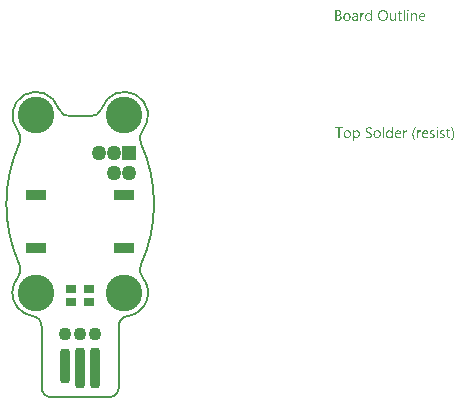
<source format=gts>
G04*
G04 #@! TF.GenerationSoftware,Altium Limited,Altium Designer,21.9.2 (33)*
G04*
G04 Layer_Color=8388736*
%FSAX25Y25*%
%MOIN*%
G70*
G04*
G04 #@! TF.SameCoordinates,55729F2E-D9A4-4FFF-85C7-0234479D7BD1*
G04*
G04*
G04 #@! TF.FilePolarity,Negative*
G04*
G01*
G75*
%ADD11C,0.00787*%
%ADD16R,0.06890X0.03347*%
G04:AMPARAMS|DCode=17|XSize=35.43mil|YSize=135.83mil|CornerRadius=13.82mil|HoleSize=0mil|Usage=FLASHONLY|Rotation=0.000|XOffset=0mil|YOffset=0mil|HoleType=Round|Shape=RoundedRectangle|*
%AMROUNDEDRECTD17*
21,1,0.03543,0.10819,0,0,0.0*
21,1,0.00780,0.13583,0,0,0.0*
1,1,0.02764,0.00390,-0.05409*
1,1,0.02764,-0.00390,-0.05409*
1,1,0.02764,-0.00390,0.05409*
1,1,0.02764,0.00390,0.05409*
%
%ADD17ROUNDEDRECTD17*%
G04:AMPARAMS|DCode=18|XSize=35.43mil|YSize=116.14mil|CornerRadius=13.82mil|HoleSize=0mil|Usage=FLASHONLY|Rotation=0.000|XOffset=0mil|YOffset=0mil|HoleType=Round|Shape=RoundedRectangle|*
%AMROUNDEDRECTD18*
21,1,0.03543,0.08850,0,0,0.0*
21,1,0.00780,0.11614,0,0,0.0*
1,1,0.02764,0.00390,-0.04425*
1,1,0.02764,-0.00390,-0.04425*
1,1,0.02764,-0.00390,0.04425*
1,1,0.02764,0.00390,0.04425*
%
%ADD18ROUNDEDRECTD18*%
%ADD19R,0.03543X0.02953*%
%ADD20C,0.12205*%
%ADD21C,0.04331*%
%ADD22C,0.00591*%
%ADD23C,0.04961*%
%ADD24R,0.04961X0.04961*%
G36*
X0109248Y0064744D02*
X0109273D01*
X0109329Y0064719D01*
X0109360Y0064701D01*
X0109391Y0064676D01*
X0109397Y0064670D01*
X0109403Y0064663D01*
X0109434Y0064626D01*
X0109459Y0064564D01*
X0109465Y0064527D01*
X0109471Y0064490D01*
Y0064484D01*
Y0064472D01*
X0109465Y0064453D01*
X0109459Y0064428D01*
X0109440Y0064366D01*
X0109416Y0064335D01*
X0109391Y0064304D01*
X0109385D01*
X0109378Y0064292D01*
X0109341Y0064267D01*
X0109286Y0064242D01*
X0109248Y0064236D01*
X0109211Y0064230D01*
X0109193D01*
X0109174Y0064236D01*
X0109149D01*
X0109088Y0064261D01*
X0109057Y0064273D01*
X0109026Y0064298D01*
Y0064304D01*
X0109013Y0064310D01*
X0109001Y0064329D01*
X0108988Y0064348D01*
X0108964Y0064410D01*
X0108958Y0064447D01*
X0108951Y0064490D01*
Y0064496D01*
Y0064509D01*
X0108958Y0064527D01*
X0108964Y0064558D01*
X0108982Y0064614D01*
X0109001Y0064645D01*
X0109026Y0064676D01*
X0109032Y0064682D01*
X0109038Y0064688D01*
X0109075Y0064713D01*
X0109137Y0064738D01*
X0109174Y0064750D01*
X0109230D01*
X0109248Y0064744D01*
D02*
G37*
G36*
X0097258Y0061079D02*
X0096856D01*
Y0061500D01*
X0096844D01*
Y0061494D01*
X0096831Y0061482D01*
X0096813Y0061457D01*
X0096794Y0061426D01*
X0096763Y0061389D01*
X0096726Y0061352D01*
X0096683Y0061308D01*
X0096633Y0061265D01*
X0096578Y0061216D01*
X0096509Y0061172D01*
X0096441Y0061135D01*
X0096361Y0061098D01*
X0096280Y0061067D01*
X0096188Y0061042D01*
X0096088Y0061030D01*
X0095983Y0061024D01*
X0095940D01*
X0095903Y0061030D01*
X0095866Y0061036D01*
X0095816Y0061042D01*
X0095711Y0061067D01*
X0095587Y0061104D01*
X0095463Y0061166D01*
X0095395Y0061203D01*
X0095340Y0061247D01*
X0095278Y0061302D01*
X0095222Y0061358D01*
Y0061364D01*
X0095209Y0061377D01*
X0095197Y0061395D01*
X0095179Y0061420D01*
X0095160Y0061451D01*
X0095135Y0061494D01*
X0095110Y0061544D01*
X0095086Y0061599D01*
X0095055Y0061661D01*
X0095030Y0061729D01*
X0095005Y0061804D01*
X0094987Y0061884D01*
X0094968Y0061971D01*
X0094956Y0062070D01*
X0094950Y0062169D01*
X0094943Y0062274D01*
Y0062280D01*
Y0062299D01*
Y0062336D01*
X0094950Y0062379D01*
X0094956Y0062429D01*
X0094962Y0062491D01*
X0094968Y0062559D01*
X0094981Y0062633D01*
X0095018Y0062794D01*
X0095073Y0062961D01*
X0095110Y0063042D01*
X0095154Y0063122D01*
X0095197Y0063196D01*
X0095253Y0063271D01*
X0095259Y0063277D01*
X0095265Y0063289D01*
X0095284Y0063308D01*
X0095309Y0063332D01*
X0095340Y0063357D01*
X0095383Y0063388D01*
X0095426Y0063425D01*
X0095476Y0063463D01*
X0095600Y0063531D01*
X0095742Y0063592D01*
X0095822Y0063611D01*
X0095909Y0063630D01*
X0095996Y0063642D01*
X0096095Y0063648D01*
X0096144D01*
X0096181Y0063642D01*
X0096219Y0063636D01*
X0096268Y0063630D01*
X0096379Y0063599D01*
X0096503Y0063549D01*
X0096565Y0063518D01*
X0096627Y0063475D01*
X0096689Y0063432D01*
X0096745Y0063376D01*
X0096794Y0063314D01*
X0096844Y0063240D01*
X0096856D01*
Y0064799D01*
X0097258D01*
Y0061079D01*
D02*
G37*
G36*
X0111526Y0063642D02*
X0111601Y0063636D01*
X0111694Y0063617D01*
X0111793Y0063586D01*
X0111898Y0063537D01*
X0112003Y0063469D01*
X0112046Y0063432D01*
X0112090Y0063382D01*
X0112102Y0063370D01*
X0112127Y0063332D01*
X0112158Y0063271D01*
X0112201Y0063184D01*
X0112238Y0063079D01*
X0112275Y0062949D01*
X0112300Y0062794D01*
X0112306Y0062615D01*
Y0061079D01*
X0111904D01*
Y0062509D01*
Y0062515D01*
Y0062546D01*
X0111898Y0062584D01*
Y0062633D01*
X0111885Y0062695D01*
X0111873Y0062763D01*
X0111854Y0062837D01*
X0111830Y0062912D01*
X0111799Y0062986D01*
X0111762Y0063054D01*
X0111712Y0063122D01*
X0111656Y0063184D01*
X0111594Y0063234D01*
X0111514Y0063271D01*
X0111427Y0063302D01*
X0111322Y0063308D01*
X0111310D01*
X0111273Y0063302D01*
X0111217Y0063295D01*
X0111149Y0063277D01*
X0111068Y0063252D01*
X0110982Y0063209D01*
X0110901Y0063153D01*
X0110821Y0063079D01*
X0110814Y0063066D01*
X0110790Y0063042D01*
X0110759Y0062992D01*
X0110722Y0062924D01*
X0110685Y0062844D01*
X0110654Y0062744D01*
X0110629Y0062633D01*
X0110623Y0062509D01*
Y0061079D01*
X0110220D01*
Y0063592D01*
X0110623D01*
Y0063172D01*
X0110635D01*
X0110641Y0063178D01*
X0110647Y0063190D01*
X0110666Y0063215D01*
X0110691Y0063246D01*
X0110715Y0063283D01*
X0110753Y0063320D01*
X0110796Y0063363D01*
X0110845Y0063413D01*
X0110901Y0063456D01*
X0110963Y0063500D01*
X0111031Y0063537D01*
X0111106Y0063574D01*
X0111180Y0063605D01*
X0111266Y0063630D01*
X0111359Y0063642D01*
X0111458Y0063648D01*
X0111495D01*
X0111526Y0063642D01*
D02*
G37*
G36*
X0094529Y0063630D02*
X0094603Y0063623D01*
X0094646Y0063611D01*
X0094677Y0063599D01*
Y0063184D01*
X0094671Y0063190D01*
X0094659Y0063196D01*
X0094634Y0063209D01*
X0094603Y0063227D01*
X0094560Y0063240D01*
X0094504Y0063252D01*
X0094442Y0063258D01*
X0094374Y0063264D01*
X0094362D01*
X0094331Y0063258D01*
X0094281Y0063252D01*
X0094225Y0063234D01*
X0094151Y0063203D01*
X0094083Y0063159D01*
X0094009Y0063097D01*
X0093941Y0063017D01*
X0093934Y0063004D01*
X0093916Y0062973D01*
X0093885Y0062918D01*
X0093854Y0062844D01*
X0093823Y0062751D01*
X0093792Y0062633D01*
X0093774Y0062503D01*
X0093767Y0062354D01*
Y0061079D01*
X0093365D01*
Y0063592D01*
X0093767D01*
Y0063073D01*
X0093780D01*
Y0063079D01*
X0093786Y0063085D01*
X0093798Y0063116D01*
X0093817Y0063165D01*
X0093848Y0063227D01*
X0093879Y0063289D01*
X0093928Y0063357D01*
X0093978Y0063425D01*
X0094040Y0063487D01*
X0094046Y0063493D01*
X0094071Y0063512D01*
X0094108Y0063537D01*
X0094157Y0063561D01*
X0094213Y0063586D01*
X0094281Y0063611D01*
X0094355Y0063630D01*
X0094436Y0063636D01*
X0094491D01*
X0094529Y0063630D01*
D02*
G37*
G36*
X0105268Y0061079D02*
X0104866D01*
Y0061475D01*
X0104854D01*
Y0061469D01*
X0104841Y0061457D01*
X0104829Y0061432D01*
X0104804Y0061407D01*
X0104748Y0061333D01*
X0104662Y0061253D01*
X0104612Y0061209D01*
X0104556Y0061166D01*
X0104495Y0061129D01*
X0104420Y0061092D01*
X0104346Y0061067D01*
X0104265Y0061042D01*
X0104173Y0061030D01*
X0104080Y0061024D01*
X0104043D01*
X0103999Y0061030D01*
X0103937Y0061042D01*
X0103869Y0061055D01*
X0103795Y0061079D01*
X0103715Y0061110D01*
X0103634Y0061160D01*
X0103548Y0061216D01*
X0103467Y0061284D01*
X0103393Y0061370D01*
X0103325Y0061475D01*
X0103263Y0061593D01*
X0103219Y0061735D01*
X0103195Y0061903D01*
X0103182Y0061989D01*
Y0062088D01*
Y0063592D01*
X0103578D01*
Y0062150D01*
Y0062144D01*
Y0062119D01*
X0103585Y0062076D01*
X0103591Y0062026D01*
X0103597Y0061964D01*
X0103609Y0061903D01*
X0103628Y0061828D01*
X0103653Y0061754D01*
X0103690Y0061680D01*
X0103727Y0061612D01*
X0103777Y0061544D01*
X0103838Y0061482D01*
X0103907Y0061432D01*
X0103987Y0061395D01*
X0104086Y0061364D01*
X0104191Y0061358D01*
X0104204D01*
X0104241Y0061364D01*
X0104297Y0061370D01*
X0104358Y0061383D01*
X0104439Y0061414D01*
X0104519Y0061451D01*
X0104600Y0061500D01*
X0104674Y0061575D01*
X0104680Y0061587D01*
X0104705Y0061612D01*
X0104736Y0061661D01*
X0104773Y0061729D01*
X0104804Y0061810D01*
X0104835Y0061909D01*
X0104860Y0062020D01*
X0104866Y0062144D01*
Y0063592D01*
X0105268D01*
Y0061079D01*
D02*
G37*
G36*
X0109403D02*
X0109001D01*
Y0063592D01*
X0109403D01*
Y0061079D01*
D02*
G37*
G36*
X0108184D02*
X0107781D01*
Y0064799D01*
X0108184D01*
Y0061079D01*
D02*
G37*
G36*
X0091805Y0063642D02*
X0091861Y0063636D01*
X0091929Y0063617D01*
X0092003Y0063599D01*
X0092084Y0063568D01*
X0092170Y0063531D01*
X0092251Y0063481D01*
X0092331Y0063419D01*
X0092405Y0063345D01*
X0092474Y0063252D01*
X0092529Y0063147D01*
X0092573Y0063023D01*
X0092597Y0062881D01*
X0092610Y0062713D01*
Y0061079D01*
X0092207D01*
Y0061469D01*
X0092195D01*
Y0061463D01*
X0092183Y0061451D01*
X0092170Y0061426D01*
X0092146Y0061401D01*
X0092084Y0061327D01*
X0092003Y0061247D01*
X0091892Y0061166D01*
X0091762Y0061092D01*
X0091681Y0061067D01*
X0091601Y0061042D01*
X0091514Y0061030D01*
X0091421Y0061024D01*
X0091384D01*
X0091359Y0061030D01*
X0091291Y0061036D01*
X0091211Y0061048D01*
X0091112Y0061073D01*
X0091019Y0061104D01*
X0090920Y0061154D01*
X0090833Y0061216D01*
X0090827Y0061228D01*
X0090802Y0061253D01*
X0090765Y0061296D01*
X0090728Y0061358D01*
X0090691Y0061432D01*
X0090654Y0061519D01*
X0090629Y0061624D01*
X0090623Y0061742D01*
Y0061748D01*
Y0061773D01*
X0090629Y0061810D01*
X0090635Y0061853D01*
X0090648Y0061909D01*
X0090666Y0061971D01*
X0090691Y0062039D01*
X0090728Y0062107D01*
X0090771Y0062181D01*
X0090827Y0062255D01*
X0090895Y0062323D01*
X0090976Y0062385D01*
X0091068Y0062447D01*
X0091180Y0062497D01*
X0091304Y0062534D01*
X0091452Y0062565D01*
X0092207Y0062670D01*
Y0062676D01*
Y0062695D01*
X0092201Y0062732D01*
Y0062769D01*
X0092189Y0062819D01*
X0092183Y0062875D01*
X0092146Y0062992D01*
X0092115Y0063048D01*
X0092084Y0063103D01*
X0092040Y0063159D01*
X0091991Y0063209D01*
X0091929Y0063252D01*
X0091861Y0063283D01*
X0091780Y0063302D01*
X0091687Y0063308D01*
X0091644D01*
X0091613Y0063302D01*
X0091570D01*
X0091527Y0063289D01*
X0091415Y0063271D01*
X0091291Y0063234D01*
X0091155Y0063178D01*
X0091081Y0063141D01*
X0091013Y0063103D01*
X0090938Y0063054D01*
X0090870Y0062998D01*
Y0063413D01*
X0090877D01*
X0090889Y0063425D01*
X0090908Y0063438D01*
X0090938Y0063450D01*
X0090969Y0063469D01*
X0091013Y0063487D01*
X0091062Y0063506D01*
X0091118Y0063531D01*
X0091242Y0063574D01*
X0091390Y0063611D01*
X0091551Y0063636D01*
X0091725Y0063648D01*
X0091762D01*
X0091805Y0063642D01*
D02*
G37*
G36*
X0086116Y0064589D02*
X0086160D01*
X0086203Y0064583D01*
X0086302Y0064570D01*
X0086420Y0064540D01*
X0086544Y0064502D01*
X0086661Y0064447D01*
X0086766Y0064372D01*
X0086773D01*
X0086779Y0064360D01*
X0086810Y0064335D01*
X0086853Y0064286D01*
X0086903Y0064218D01*
X0086946Y0064131D01*
X0086989Y0064032D01*
X0087020Y0063921D01*
X0087033Y0063859D01*
Y0063791D01*
Y0063784D01*
Y0063778D01*
Y0063741D01*
X0087026Y0063685D01*
X0087014Y0063617D01*
X0086995Y0063531D01*
X0086964Y0063444D01*
X0086927Y0063357D01*
X0086872Y0063271D01*
X0086865Y0063258D01*
X0086841Y0063234D01*
X0086804Y0063196D01*
X0086754Y0063147D01*
X0086692Y0063097D01*
X0086618Y0063042D01*
X0086525Y0062998D01*
X0086426Y0062955D01*
Y0062949D01*
X0086444D01*
X0086463Y0062942D01*
X0086482Y0062936D01*
X0086550Y0062924D01*
X0086630Y0062899D01*
X0086717Y0062862D01*
X0086810Y0062819D01*
X0086903Y0062757D01*
X0086989Y0062676D01*
X0087002Y0062664D01*
X0087026Y0062633D01*
X0087057Y0062590D01*
X0087101Y0062522D01*
X0087138Y0062435D01*
X0087175Y0062336D01*
X0087200Y0062218D01*
X0087206Y0062088D01*
Y0062082D01*
Y0062070D01*
Y0062045D01*
X0087200Y0062014D01*
X0087194Y0061977D01*
X0087187Y0061934D01*
X0087163Y0061828D01*
X0087125Y0061711D01*
X0087070Y0061587D01*
X0087033Y0061531D01*
X0086989Y0061469D01*
X0086933Y0061414D01*
X0086878Y0061358D01*
X0086872D01*
X0086865Y0061345D01*
X0086847Y0061333D01*
X0086822Y0061315D01*
X0086791Y0061296D01*
X0086748Y0061271D01*
X0086655Y0061222D01*
X0086537Y0061166D01*
X0086401Y0061123D01*
X0086240Y0061092D01*
X0086160Y0061085D01*
X0086067Y0061079D01*
X0085039D01*
Y0064595D01*
X0086085D01*
X0086116Y0064589D01*
D02*
G37*
G36*
X0106612Y0063592D02*
X0107249D01*
Y0063246D01*
X0106612D01*
Y0061828D01*
Y0061816D01*
Y0061785D01*
X0106618Y0061742D01*
X0106624Y0061686D01*
X0106649Y0061568D01*
X0106667Y0061513D01*
X0106698Y0061469D01*
X0106704Y0061463D01*
X0106717Y0061451D01*
X0106735Y0061438D01*
X0106766Y0061420D01*
X0106803Y0061395D01*
X0106853Y0061383D01*
X0106915Y0061370D01*
X0106983Y0061364D01*
X0107008D01*
X0107039Y0061370D01*
X0107076Y0061377D01*
X0107162Y0061401D01*
X0107206Y0061420D01*
X0107249Y0061445D01*
Y0061098D01*
X0107243D01*
X0107224Y0061085D01*
X0107193Y0061079D01*
X0107150Y0061067D01*
X0107094Y0061055D01*
X0107032Y0061042D01*
X0106958Y0061036D01*
X0106871Y0061030D01*
X0106841D01*
X0106810Y0061036D01*
X0106766Y0061042D01*
X0106717Y0061055D01*
X0106661Y0061067D01*
X0106605Y0061092D01*
X0106543Y0061123D01*
X0106482Y0061160D01*
X0106420Y0061209D01*
X0106364Y0061265D01*
X0106314Y0061339D01*
X0106271Y0061420D01*
X0106240Y0061519D01*
X0106215Y0061630D01*
X0106209Y0061760D01*
Y0063246D01*
X0105782D01*
Y0063592D01*
X0106209D01*
Y0064205D01*
X0106612Y0064335D01*
Y0063592D01*
D02*
G37*
G36*
X0114139Y0063642D02*
X0114182Y0063636D01*
X0114225Y0063630D01*
X0114337Y0063611D01*
X0114460Y0063568D01*
X0114584Y0063512D01*
X0114646Y0063475D01*
X0114708Y0063432D01*
X0114764Y0063382D01*
X0114820Y0063326D01*
X0114826Y0063320D01*
X0114832Y0063314D01*
X0114844Y0063295D01*
X0114863Y0063271D01*
X0114881Y0063234D01*
X0114906Y0063196D01*
X0114931Y0063153D01*
X0114956Y0063097D01*
X0114980Y0063035D01*
X0115005Y0062973D01*
X0115030Y0062899D01*
X0115049Y0062819D01*
X0115067Y0062732D01*
X0115079Y0062645D01*
X0115092Y0062546D01*
Y0062441D01*
Y0062231D01*
X0113315D01*
Y0062225D01*
Y0062212D01*
Y0062194D01*
X0113321Y0062163D01*
X0113328Y0062125D01*
Y0062088D01*
X0113346Y0061989D01*
X0113377Y0061890D01*
X0113414Y0061779D01*
X0113470Y0061674D01*
X0113538Y0061581D01*
X0113550Y0061568D01*
X0113575Y0061544D01*
X0113625Y0061513D01*
X0113693Y0061469D01*
X0113779Y0061426D01*
X0113879Y0061395D01*
X0113996Y0061370D01*
X0114132Y0061358D01*
X0114176D01*
X0114207Y0061364D01*
X0114244D01*
X0114287Y0061370D01*
X0114392Y0061395D01*
X0114510Y0061426D01*
X0114640Y0061475D01*
X0114776Y0061544D01*
X0114844Y0061587D01*
X0114912Y0061637D01*
Y0061259D01*
X0114906D01*
X0114900Y0061247D01*
X0114881Y0061240D01*
X0114850Y0061222D01*
X0114820Y0061203D01*
X0114782Y0061185D01*
X0114733Y0061166D01*
X0114683Y0061141D01*
X0114621Y0061116D01*
X0114553Y0061098D01*
X0114405Y0061061D01*
X0114231Y0061036D01*
X0114040Y0061024D01*
X0113990D01*
X0113953Y0061030D01*
X0113909Y0061036D01*
X0113854Y0061042D01*
X0113736Y0061067D01*
X0113600Y0061104D01*
X0113464Y0061166D01*
X0113396Y0061209D01*
X0113328Y0061253D01*
X0113266Y0061302D01*
X0113204Y0061364D01*
X0113198Y0061370D01*
X0113191Y0061383D01*
X0113179Y0061401D01*
X0113154Y0061426D01*
X0113136Y0061463D01*
X0113111Y0061506D01*
X0113080Y0061556D01*
X0113055Y0061612D01*
X0113024Y0061674D01*
X0113000Y0061748D01*
X0112969Y0061828D01*
X0112950Y0061915D01*
X0112932Y0062008D01*
X0112913Y0062107D01*
X0112907Y0062212D01*
X0112901Y0062323D01*
Y0062330D01*
Y0062348D01*
Y0062379D01*
X0112907Y0062423D01*
X0112913Y0062472D01*
X0112919Y0062528D01*
X0112925Y0062596D01*
X0112944Y0062664D01*
X0112981Y0062813D01*
X0113037Y0062973D01*
X0113074Y0063054D01*
X0113123Y0063128D01*
X0113173Y0063209D01*
X0113229Y0063277D01*
X0113235Y0063283D01*
X0113247Y0063295D01*
X0113266Y0063314D01*
X0113291Y0063332D01*
X0113321Y0063363D01*
X0113359Y0063394D01*
X0113408Y0063425D01*
X0113458Y0063463D01*
X0113575Y0063531D01*
X0113718Y0063592D01*
X0113798Y0063611D01*
X0113879Y0063630D01*
X0113965Y0063642D01*
X0114058Y0063648D01*
X0114108D01*
X0114139Y0063642D01*
D02*
G37*
G36*
X0101096Y0064651D02*
X0101158Y0064645D01*
X0101232Y0064632D01*
X0101313Y0064614D01*
X0101400Y0064595D01*
X0101486Y0064570D01*
X0101585Y0064540D01*
X0101678Y0064496D01*
X0101777Y0064447D01*
X0101876Y0064391D01*
X0101969Y0064323D01*
X0102062Y0064249D01*
X0102148Y0064162D01*
X0102155Y0064156D01*
X0102167Y0064137D01*
X0102192Y0064113D01*
X0102217Y0064075D01*
X0102254Y0064026D01*
X0102291Y0063964D01*
X0102328Y0063896D01*
X0102371Y0063822D01*
X0102415Y0063729D01*
X0102452Y0063636D01*
X0102489Y0063531D01*
X0102526Y0063413D01*
X0102551Y0063295D01*
X0102576Y0063165D01*
X0102588Y0063023D01*
X0102594Y0062881D01*
Y0062868D01*
Y0062844D01*
Y0062800D01*
X0102588Y0062738D01*
X0102582Y0062664D01*
X0102569Y0062584D01*
X0102557Y0062491D01*
X0102539Y0062385D01*
X0102514Y0062280D01*
X0102483Y0062169D01*
X0102446Y0062057D01*
X0102402Y0061946D01*
X0102347Y0061828D01*
X0102285Y0061723D01*
X0102217Y0061618D01*
X0102136Y0061519D01*
X0102130Y0061513D01*
X0102118Y0061500D01*
X0102087Y0061475D01*
X0102056Y0061445D01*
X0102006Y0061401D01*
X0101951Y0061364D01*
X0101889Y0061315D01*
X0101814Y0061271D01*
X0101734Y0061228D01*
X0101641Y0061178D01*
X0101542Y0061141D01*
X0101430Y0061104D01*
X0101313Y0061067D01*
X0101189Y0061042D01*
X0101059Y0061030D01*
X0100917Y0061024D01*
X0100886D01*
X0100842Y0061030D01*
X0100793D01*
X0100731Y0061036D01*
X0100657Y0061048D01*
X0100576Y0061067D01*
X0100483Y0061085D01*
X0100391Y0061110D01*
X0100292Y0061141D01*
X0100192Y0061185D01*
X0100093Y0061228D01*
X0099994Y0061284D01*
X0099895Y0061352D01*
X0099803Y0061426D01*
X0099716Y0061513D01*
X0099710Y0061519D01*
X0099697Y0061537D01*
X0099673Y0061562D01*
X0099648Y0061599D01*
X0099611Y0061649D01*
X0099573Y0061711D01*
X0099536Y0061779D01*
X0099493Y0061859D01*
X0099450Y0061946D01*
X0099413Y0062039D01*
X0099375Y0062144D01*
X0099338Y0062262D01*
X0099313Y0062379D01*
X0099289Y0062509D01*
X0099276Y0062652D01*
X0099270Y0062794D01*
Y0062806D01*
Y0062831D01*
X0099276Y0062875D01*
Y0062936D01*
X0099283Y0063004D01*
X0099295Y0063091D01*
X0099307Y0063184D01*
X0099326Y0063283D01*
X0099351Y0063388D01*
X0099382Y0063500D01*
X0099419Y0063611D01*
X0099462Y0063722D01*
X0099518Y0063834D01*
X0099580Y0063945D01*
X0099648Y0064051D01*
X0099728Y0064150D01*
X0099734Y0064156D01*
X0099747Y0064174D01*
X0099778Y0064199D01*
X0099815Y0064230D01*
X0099858Y0064267D01*
X0099914Y0064310D01*
X0099982Y0064354D01*
X0100056Y0064403D01*
X0100143Y0064453D01*
X0100236Y0064496D01*
X0100335Y0064540D01*
X0100446Y0064577D01*
X0100570Y0064608D01*
X0100700Y0064639D01*
X0100836Y0064651D01*
X0100979Y0064657D01*
X0101047D01*
X0101096Y0064651D01*
D02*
G37*
G36*
X0089069Y0063642D02*
X0089112Y0063636D01*
X0089168Y0063630D01*
X0089292Y0063605D01*
X0089434Y0063561D01*
X0089577Y0063500D01*
X0089651Y0063463D01*
X0089719Y0063419D01*
X0089787Y0063363D01*
X0089849Y0063302D01*
X0089855Y0063295D01*
X0089861Y0063283D01*
X0089880Y0063264D01*
X0089899Y0063240D01*
X0089923Y0063203D01*
X0089948Y0063159D01*
X0089979Y0063110D01*
X0090010Y0063054D01*
X0090035Y0062986D01*
X0090066Y0062918D01*
X0090090Y0062837D01*
X0090115Y0062751D01*
X0090134Y0062658D01*
X0090152Y0062559D01*
X0090158Y0062454D01*
X0090165Y0062342D01*
Y0062336D01*
Y0062317D01*
Y0062286D01*
X0090158Y0062243D01*
X0090152Y0062194D01*
X0090146Y0062132D01*
X0090134Y0062070D01*
X0090121Y0061996D01*
X0090084Y0061847D01*
X0090022Y0061686D01*
X0089985Y0061606D01*
X0089936Y0061525D01*
X0089886Y0061451D01*
X0089824Y0061383D01*
X0089818Y0061377D01*
X0089806Y0061370D01*
X0089787Y0061352D01*
X0089762Y0061327D01*
X0089725Y0061302D01*
X0089688Y0061271D01*
X0089639Y0061234D01*
X0089583Y0061203D01*
X0089521Y0061172D01*
X0089453Y0061135D01*
X0089379Y0061104D01*
X0089298Y0061079D01*
X0089211Y0061055D01*
X0089119Y0061042D01*
X0089020Y0061030D01*
X0088914Y0061024D01*
X0088859D01*
X0088822Y0061030D01*
X0088778Y0061036D01*
X0088722Y0061042D01*
X0088661Y0061055D01*
X0088592Y0061067D01*
X0088450Y0061110D01*
X0088301Y0061172D01*
X0088227Y0061209D01*
X0088159Y0061259D01*
X0088091Y0061308D01*
X0088023Y0061370D01*
X0088017Y0061377D01*
X0088011Y0061389D01*
X0087992Y0061407D01*
X0087973Y0061432D01*
X0087949Y0061469D01*
X0087918Y0061513D01*
X0087887Y0061562D01*
X0087862Y0061618D01*
X0087831Y0061686D01*
X0087800Y0061754D01*
X0087769Y0061828D01*
X0087744Y0061915D01*
X0087707Y0062101D01*
X0087701Y0062200D01*
X0087695Y0062305D01*
Y0062311D01*
Y0062336D01*
Y0062367D01*
X0087701Y0062410D01*
X0087707Y0062460D01*
X0087713Y0062522D01*
X0087726Y0062590D01*
X0087738Y0062664D01*
X0087775Y0062825D01*
X0087837Y0062986D01*
X0087881Y0063066D01*
X0087924Y0063147D01*
X0087973Y0063221D01*
X0088035Y0063289D01*
X0088042Y0063295D01*
X0088054Y0063308D01*
X0088073Y0063320D01*
X0088097Y0063345D01*
X0088134Y0063370D01*
X0088178Y0063401D01*
X0088227Y0063438D01*
X0088283Y0063469D01*
X0088345Y0063500D01*
X0088419Y0063537D01*
X0088493Y0063568D01*
X0088580Y0063592D01*
X0088667Y0063617D01*
X0088766Y0063636D01*
X0088871Y0063642D01*
X0088976Y0063648D01*
X0089032D01*
X0089069Y0063642D01*
D02*
G37*
G36*
X0119066Y0025682D02*
X0119091D01*
X0119146Y0025657D01*
X0119177Y0025639D01*
X0119208Y0025614D01*
X0119214Y0025608D01*
X0119221Y0025602D01*
X0119252Y0025564D01*
X0119276Y0025502D01*
X0119282Y0025465D01*
X0119289Y0025428D01*
Y0025422D01*
Y0025410D01*
X0119282Y0025391D01*
X0119276Y0025366D01*
X0119258Y0025304D01*
X0119233Y0025273D01*
X0119208Y0025242D01*
X0119202D01*
X0119196Y0025230D01*
X0119159Y0025205D01*
X0119103Y0025181D01*
X0119066Y0025174D01*
X0119029Y0025168D01*
X0119010D01*
X0118991Y0025174D01*
X0118967D01*
X0118905Y0025199D01*
X0118874Y0025212D01*
X0118843Y0025236D01*
Y0025242D01*
X0118831Y0025249D01*
X0118818Y0025267D01*
X0118806Y0025286D01*
X0118781Y0025348D01*
X0118775Y0025385D01*
X0118769Y0025428D01*
Y0025434D01*
Y0025447D01*
X0118775Y0025465D01*
X0118781Y0025496D01*
X0118800Y0025552D01*
X0118818Y0025583D01*
X0118843Y0025614D01*
X0118849Y0025620D01*
X0118855Y0025626D01*
X0118893Y0025651D01*
X0118954Y0025676D01*
X0118991Y0025688D01*
X0119047D01*
X0119066Y0025682D01*
D02*
G37*
G36*
X0096497Y0025589D02*
X0096547D01*
X0096658Y0025577D01*
X0096782Y0025564D01*
X0096906Y0025540D01*
X0097023Y0025509D01*
X0097073Y0025490D01*
X0097122Y0025465D01*
Y0025001D01*
X0097116D01*
X0097110Y0025014D01*
X0097091Y0025020D01*
X0097066Y0025038D01*
X0097036Y0025051D01*
X0096999Y0025069D01*
X0096906Y0025113D01*
X0096794Y0025150D01*
X0096658Y0025187D01*
X0096497Y0025212D01*
X0096324Y0025218D01*
X0096274D01*
X0096237Y0025212D01*
X0096200D01*
X0096150Y0025205D01*
X0096051Y0025187D01*
X0096045D01*
X0096027Y0025181D01*
X0096002Y0025174D01*
X0095971Y0025168D01*
X0095897Y0025137D01*
X0095810Y0025100D01*
X0095804D01*
X0095791Y0025088D01*
X0095773Y0025075D01*
X0095748Y0025057D01*
X0095692Y0025001D01*
X0095637Y0024933D01*
Y0024927D01*
X0095624Y0024914D01*
X0095618Y0024896D01*
X0095606Y0024865D01*
X0095593Y0024828D01*
X0095587Y0024791D01*
X0095575Y0024692D01*
Y0024685D01*
Y0024667D01*
Y0024642D01*
X0095581Y0024611D01*
X0095593Y0024537D01*
X0095624Y0024456D01*
Y0024450D01*
X0095637Y0024438D01*
X0095643Y0024419D01*
X0095661Y0024395D01*
X0095711Y0024339D01*
X0095773Y0024277D01*
X0095779Y0024271D01*
X0095791Y0024264D01*
X0095810Y0024246D01*
X0095841Y0024227D01*
X0095878Y0024203D01*
X0095915Y0024178D01*
X0096014Y0024116D01*
X0096020Y0024110D01*
X0096039Y0024103D01*
X0096070Y0024085D01*
X0096107Y0024066D01*
X0096157Y0024042D01*
X0096212Y0024017D01*
X0096336Y0023955D01*
X0096342Y0023949D01*
X0096367Y0023936D01*
X0096404Y0023918D01*
X0096454Y0023893D01*
X0096509Y0023868D01*
X0096571Y0023831D01*
X0096695Y0023757D01*
X0096701Y0023751D01*
X0096726Y0023738D01*
X0096757Y0023720D01*
X0096800Y0023689D01*
X0096893Y0023615D01*
X0096992Y0023528D01*
X0096999Y0023522D01*
X0097017Y0023509D01*
X0097036Y0023478D01*
X0097066Y0023447D01*
X0097097Y0023404D01*
X0097135Y0023361D01*
X0097197Y0023249D01*
X0097203Y0023243D01*
X0097209Y0023224D01*
X0097221Y0023194D01*
X0097234Y0023150D01*
X0097246Y0023101D01*
X0097258Y0023039D01*
X0097271Y0022977D01*
Y0022903D01*
Y0022890D01*
Y0022859D01*
X0097265Y0022810D01*
X0097258Y0022748D01*
X0097246Y0022680D01*
X0097228Y0022605D01*
X0097203Y0022531D01*
X0097166Y0022463D01*
X0097159Y0022457D01*
X0097147Y0022432D01*
X0097122Y0022401D01*
X0097097Y0022358D01*
X0097054Y0022315D01*
X0097011Y0022265D01*
X0096955Y0022216D01*
X0096893Y0022166D01*
X0096887Y0022160D01*
X0096862Y0022148D01*
X0096825Y0022129D01*
X0096776Y0022104D01*
X0096720Y0022079D01*
X0096652Y0022055D01*
X0096571Y0022030D01*
X0096491Y0022011D01*
X0096478D01*
X0096454Y0022005D01*
X0096410Y0021999D01*
X0096349Y0021986D01*
X0096280Y0021980D01*
X0096200Y0021968D01*
X0096113Y0021962D01*
X0095965D01*
X0095897Y0021968D01*
X0095810Y0021974D01*
X0095791D01*
X0095767Y0021980D01*
X0095736Y0021986D01*
X0095655Y0021993D01*
X0095562Y0022011D01*
X0095556D01*
X0095538Y0022017D01*
X0095513Y0022024D01*
X0095482Y0022030D01*
X0095408Y0022048D01*
X0095321Y0022073D01*
X0095315D01*
X0095302Y0022079D01*
X0095284Y0022086D01*
X0095259Y0022098D01*
X0095197Y0022123D01*
X0095135Y0022160D01*
Y0022643D01*
X0095141Y0022637D01*
X0095154Y0022630D01*
X0095166Y0022618D01*
X0095191Y0022599D01*
X0095259Y0022556D01*
X0095340Y0022506D01*
X0095346D01*
X0095358Y0022500D01*
X0095383Y0022488D01*
X0095414Y0022476D01*
X0095494Y0022438D01*
X0095581Y0022408D01*
X0095587D01*
X0095606Y0022401D01*
X0095631Y0022395D01*
X0095661Y0022389D01*
X0095748Y0022364D01*
X0095841Y0022346D01*
X0095866D01*
X0095890Y0022339D01*
X0095921D01*
X0095996Y0022333D01*
X0096082Y0022327D01*
X0096144D01*
X0096212Y0022333D01*
X0096299Y0022346D01*
X0096392Y0022358D01*
X0096485Y0022383D01*
X0096571Y0022420D01*
X0096652Y0022463D01*
X0096658Y0022469D01*
X0096683Y0022488D01*
X0096714Y0022525D01*
X0096745Y0022568D01*
X0096782Y0022624D01*
X0096807Y0022698D01*
X0096831Y0022779D01*
X0096838Y0022872D01*
Y0022878D01*
Y0022896D01*
Y0022921D01*
X0096831Y0022958D01*
X0096813Y0023039D01*
X0096776Y0023119D01*
Y0023125D01*
X0096763Y0023138D01*
X0096751Y0023156D01*
X0096732Y0023181D01*
X0096677Y0023243D01*
X0096602Y0023311D01*
X0096596Y0023317D01*
X0096584Y0023330D01*
X0096559Y0023342D01*
X0096528Y0023367D01*
X0096491Y0023392D01*
X0096447Y0023423D01*
X0096342Y0023478D01*
X0096336Y0023484D01*
X0096318Y0023491D01*
X0096287Y0023509D01*
X0096243Y0023528D01*
X0096200Y0023559D01*
X0096144Y0023584D01*
X0096014Y0023652D01*
X0096008Y0023658D01*
X0095983Y0023670D01*
X0095946Y0023689D01*
X0095903Y0023707D01*
X0095853Y0023738D01*
X0095798Y0023769D01*
X0095674Y0023837D01*
X0095668Y0023844D01*
X0095649Y0023856D01*
X0095618Y0023875D01*
X0095581Y0023899D01*
X0095488Y0023967D01*
X0095395Y0024048D01*
X0095389Y0024054D01*
X0095377Y0024066D01*
X0095352Y0024091D01*
X0095327Y0024122D01*
X0095296Y0024165D01*
X0095265Y0024209D01*
X0095209Y0024308D01*
Y0024314D01*
X0095197Y0024333D01*
X0095191Y0024363D01*
X0095179Y0024407D01*
X0095166Y0024456D01*
X0095154Y0024518D01*
X0095148Y0024580D01*
X0095141Y0024654D01*
Y0024667D01*
Y0024698D01*
X0095148Y0024741D01*
X0095154Y0024797D01*
X0095166Y0024865D01*
X0095185Y0024933D01*
X0095209Y0025001D01*
X0095247Y0025069D01*
X0095253Y0025075D01*
X0095265Y0025100D01*
X0095290Y0025131D01*
X0095321Y0025174D01*
X0095358Y0025218D01*
X0095408Y0025267D01*
X0095463Y0025317D01*
X0095525Y0025360D01*
X0095531Y0025366D01*
X0095556Y0025379D01*
X0095593Y0025403D01*
X0095637Y0025428D01*
X0095699Y0025453D01*
X0095761Y0025484D01*
X0095835Y0025509D01*
X0095915Y0025533D01*
X0095928D01*
X0095952Y0025546D01*
X0095996Y0025552D01*
X0096058Y0025564D01*
X0096126Y0025577D01*
X0096200Y0025583D01*
X0096367Y0025595D01*
X0096454D01*
X0096497Y0025589D01*
D02*
G37*
G36*
X0104228Y0022017D02*
X0103826D01*
Y0022438D01*
X0103814D01*
Y0022432D01*
X0103801Y0022420D01*
X0103783Y0022395D01*
X0103764Y0022364D01*
X0103733Y0022327D01*
X0103696Y0022290D01*
X0103653Y0022246D01*
X0103603Y0022203D01*
X0103548Y0022154D01*
X0103479Y0022110D01*
X0103411Y0022073D01*
X0103331Y0022036D01*
X0103250Y0022005D01*
X0103157Y0021980D01*
X0103059Y0021968D01*
X0102953Y0021962D01*
X0102910D01*
X0102873Y0021968D01*
X0102836Y0021974D01*
X0102786Y0021980D01*
X0102681Y0022005D01*
X0102557Y0022042D01*
X0102433Y0022104D01*
X0102365Y0022141D01*
X0102310Y0022185D01*
X0102248Y0022240D01*
X0102192Y0022296D01*
Y0022302D01*
X0102180Y0022315D01*
X0102167Y0022333D01*
X0102148Y0022358D01*
X0102130Y0022389D01*
X0102105Y0022432D01*
X0102080Y0022482D01*
X0102056Y0022537D01*
X0102025Y0022599D01*
X0102000Y0022667D01*
X0101975Y0022742D01*
X0101957Y0022822D01*
X0101938Y0022909D01*
X0101926Y0023008D01*
X0101919Y0023107D01*
X0101913Y0023212D01*
Y0023218D01*
Y0023237D01*
Y0023274D01*
X0101919Y0023317D01*
X0101926Y0023367D01*
X0101932Y0023429D01*
X0101938Y0023497D01*
X0101951Y0023571D01*
X0101988Y0023732D01*
X0102043Y0023899D01*
X0102080Y0023980D01*
X0102124Y0024060D01*
X0102167Y0024135D01*
X0102223Y0024209D01*
X0102229Y0024215D01*
X0102235Y0024227D01*
X0102254Y0024246D01*
X0102278Y0024271D01*
X0102310Y0024295D01*
X0102353Y0024326D01*
X0102396Y0024363D01*
X0102446Y0024401D01*
X0102569Y0024469D01*
X0102712Y0024531D01*
X0102792Y0024549D01*
X0102879Y0024568D01*
X0102966Y0024580D01*
X0103065Y0024586D01*
X0103114D01*
X0103151Y0024580D01*
X0103188Y0024574D01*
X0103238Y0024568D01*
X0103349Y0024537D01*
X0103473Y0024487D01*
X0103535Y0024456D01*
X0103597Y0024413D01*
X0103659Y0024370D01*
X0103715Y0024314D01*
X0103764Y0024252D01*
X0103814Y0024178D01*
X0103826D01*
Y0025738D01*
X0104228D01*
Y0022017D01*
D02*
G37*
G36*
X0092282Y0024580D02*
X0092325Y0024574D01*
X0092368Y0024568D01*
X0092480Y0024543D01*
X0092603Y0024506D01*
X0092727Y0024444D01*
X0092789Y0024407D01*
X0092851Y0024357D01*
X0092907Y0024308D01*
X0092963Y0024246D01*
X0092969Y0024240D01*
X0092975Y0024234D01*
X0092987Y0024209D01*
X0093006Y0024184D01*
X0093024Y0024153D01*
X0093049Y0024110D01*
X0093074Y0024060D01*
X0093099Y0024011D01*
X0093124Y0023949D01*
X0093148Y0023881D01*
X0093173Y0023806D01*
X0093192Y0023726D01*
X0093223Y0023546D01*
X0093235Y0023447D01*
Y0023342D01*
Y0023336D01*
Y0023317D01*
Y0023280D01*
X0093229Y0023237D01*
Y0023187D01*
X0093216Y0023125D01*
X0093210Y0023057D01*
X0093198Y0022983D01*
X0093161Y0022822D01*
X0093105Y0022655D01*
X0093068Y0022575D01*
X0093031Y0022494D01*
X0092981Y0022414D01*
X0092925Y0022339D01*
X0092919Y0022333D01*
X0092913Y0022321D01*
X0092895Y0022302D01*
X0092870Y0022284D01*
X0092839Y0022253D01*
X0092802Y0022222D01*
X0092758Y0022185D01*
X0092709Y0022154D01*
X0092653Y0022117D01*
X0092591Y0022079D01*
X0092443Y0022024D01*
X0092362Y0021999D01*
X0092282Y0021980D01*
X0092189Y0021968D01*
X0092090Y0021962D01*
X0092040D01*
X0092009Y0021968D01*
X0091966Y0021974D01*
X0091923Y0021986D01*
X0091811Y0022011D01*
X0091694Y0022061D01*
X0091625Y0022098D01*
X0091564Y0022135D01*
X0091502Y0022185D01*
X0091446Y0022240D01*
X0091384Y0022302D01*
X0091335Y0022377D01*
X0091322D01*
Y0020866D01*
X0090920D01*
Y0024531D01*
X0091322D01*
Y0024085D01*
X0091335D01*
X0091341Y0024091D01*
X0091347Y0024110D01*
X0091365Y0024135D01*
X0091390Y0024165D01*
X0091421Y0024203D01*
X0091458Y0024246D01*
X0091502Y0024289D01*
X0091557Y0024339D01*
X0091613Y0024382D01*
X0091675Y0024425D01*
X0091749Y0024469D01*
X0091824Y0024506D01*
X0091910Y0024543D01*
X0092003Y0024568D01*
X0092096Y0024580D01*
X0092201Y0024586D01*
X0092251D01*
X0092282Y0024580D01*
D02*
G37*
G36*
X0120972D02*
X0121053Y0024574D01*
X0121140Y0024562D01*
X0121239Y0024537D01*
X0121337Y0024512D01*
X0121437Y0024475D01*
Y0024066D01*
X0121424Y0024073D01*
X0121387Y0024097D01*
X0121331Y0024122D01*
X0121257Y0024159D01*
X0121164Y0024190D01*
X0121053Y0024221D01*
X0120929Y0024240D01*
X0120799Y0024246D01*
X0120731D01*
X0120669Y0024234D01*
X0120595Y0024221D01*
X0120589D01*
X0120582Y0024215D01*
X0120545Y0024203D01*
X0120496Y0024178D01*
X0120440Y0024147D01*
X0120428Y0024141D01*
X0120403Y0024116D01*
X0120372Y0024079D01*
X0120341Y0024035D01*
X0120335Y0024023D01*
X0120322Y0023992D01*
X0120310Y0023949D01*
X0120304Y0023893D01*
Y0023887D01*
Y0023875D01*
Y0023856D01*
X0120310Y0023837D01*
X0120322Y0023782D01*
X0120341Y0023726D01*
X0120347Y0023714D01*
X0120366Y0023689D01*
X0120403Y0023652D01*
X0120446Y0023608D01*
X0120452D01*
X0120458Y0023602D01*
X0120496Y0023577D01*
X0120545Y0023546D01*
X0120613Y0023516D01*
X0120619D01*
X0120632Y0023509D01*
X0120650Y0023503D01*
X0120681Y0023491D01*
X0120749Y0023466D01*
X0120836Y0023429D01*
X0120842D01*
X0120867Y0023416D01*
X0120898Y0023404D01*
X0120935Y0023392D01*
X0121034Y0023348D01*
X0121133Y0023299D01*
X0121140D01*
X0121158Y0023286D01*
X0121183Y0023274D01*
X0121214Y0023256D01*
X0121288Y0023206D01*
X0121362Y0023144D01*
X0121369Y0023138D01*
X0121381Y0023132D01*
X0121393Y0023113D01*
X0121418Y0023088D01*
X0121461Y0023027D01*
X0121505Y0022946D01*
Y0022940D01*
X0121511Y0022927D01*
X0121523Y0022903D01*
X0121529Y0022872D01*
X0121542Y0022835D01*
X0121548Y0022791D01*
X0121554Y0022686D01*
Y0022680D01*
Y0022655D01*
X0121548Y0022618D01*
X0121542Y0022575D01*
X0121536Y0022525D01*
X0121517Y0022469D01*
X0121499Y0022420D01*
X0121467Y0022364D01*
X0121461Y0022358D01*
X0121455Y0022339D01*
X0121437Y0022315D01*
X0121412Y0022284D01*
X0121381Y0022246D01*
X0121344Y0022209D01*
X0121251Y0022135D01*
X0121245Y0022129D01*
X0121226Y0022123D01*
X0121201Y0022104D01*
X0121158Y0022086D01*
X0121115Y0022061D01*
X0121059Y0022042D01*
X0121003Y0022024D01*
X0120935Y0022005D01*
X0120929D01*
X0120904Y0021999D01*
X0120867Y0021993D01*
X0120824Y0021986D01*
X0120762Y0021974D01*
X0120700Y0021968D01*
X0120558Y0021962D01*
X0120496D01*
X0120421Y0021968D01*
X0120329Y0021980D01*
X0120223Y0021999D01*
X0120112Y0022024D01*
X0120001Y0022055D01*
X0119889Y0022104D01*
Y0022537D01*
X0119895D01*
X0119901Y0022525D01*
X0119920Y0022513D01*
X0119945Y0022500D01*
X0120013Y0022463D01*
X0120106Y0022420D01*
X0120211Y0022370D01*
X0120335Y0022333D01*
X0120471Y0022308D01*
X0120613Y0022296D01*
X0120663D01*
X0120694Y0022302D01*
X0120780Y0022315D01*
X0120879Y0022339D01*
X0120972Y0022383D01*
X0121016Y0022414D01*
X0121059Y0022445D01*
X0121090Y0022488D01*
X0121115Y0022531D01*
X0121133Y0022587D01*
X0121140Y0022649D01*
Y0022655D01*
Y0022667D01*
Y0022686D01*
X0121133Y0022705D01*
X0121121Y0022760D01*
X0121096Y0022816D01*
Y0022822D01*
X0121090Y0022828D01*
X0121065Y0022859D01*
X0121028Y0022903D01*
X0120972Y0022940D01*
X0120966D01*
X0120960Y0022952D01*
X0120923Y0022971D01*
X0120867Y0023008D01*
X0120793Y0023039D01*
X0120787D01*
X0120774Y0023045D01*
X0120756Y0023057D01*
X0120725Y0023070D01*
X0120657Y0023095D01*
X0120570Y0023132D01*
X0120564D01*
X0120539Y0023144D01*
X0120508Y0023156D01*
X0120471Y0023169D01*
X0120372Y0023212D01*
X0120273Y0023262D01*
X0120267Y0023268D01*
X0120254Y0023274D01*
X0120229Y0023286D01*
X0120199Y0023305D01*
X0120131Y0023355D01*
X0120062Y0023410D01*
X0120056Y0023416D01*
X0120050Y0023423D01*
X0120031Y0023441D01*
X0120013Y0023466D01*
X0119969Y0023528D01*
X0119932Y0023602D01*
Y0023608D01*
X0119926Y0023621D01*
X0119920Y0023645D01*
X0119914Y0023676D01*
X0119908Y0023714D01*
X0119901Y0023757D01*
X0119895Y0023862D01*
Y0023868D01*
Y0023893D01*
X0119901Y0023924D01*
X0119908Y0023967D01*
X0119914Y0024017D01*
X0119932Y0024066D01*
X0119951Y0024122D01*
X0119976Y0024172D01*
X0119982Y0024178D01*
X0119988Y0024196D01*
X0120007Y0024221D01*
X0120031Y0024252D01*
X0120099Y0024326D01*
X0120186Y0024401D01*
X0120192Y0024407D01*
X0120211Y0024413D01*
X0120236Y0024432D01*
X0120279Y0024450D01*
X0120322Y0024475D01*
X0120372Y0024500D01*
X0120496Y0024537D01*
X0120502D01*
X0120527Y0024543D01*
X0120558Y0024555D01*
X0120607Y0024562D01*
X0120657Y0024574D01*
X0120719Y0024580D01*
X0120855Y0024586D01*
X0120910D01*
X0120972Y0024580D01*
D02*
G37*
G36*
X0117617D02*
X0117698Y0024574D01*
X0117785Y0024562D01*
X0117884Y0024537D01*
X0117982Y0024512D01*
X0118082Y0024475D01*
Y0024066D01*
X0118069Y0024073D01*
X0118032Y0024097D01*
X0117976Y0024122D01*
X0117902Y0024159D01*
X0117809Y0024190D01*
X0117698Y0024221D01*
X0117574Y0024240D01*
X0117444Y0024246D01*
X0117376D01*
X0117314Y0024234D01*
X0117240Y0024221D01*
X0117234D01*
X0117227Y0024215D01*
X0117190Y0024203D01*
X0117141Y0024178D01*
X0117085Y0024147D01*
X0117073Y0024141D01*
X0117048Y0024116D01*
X0117017Y0024079D01*
X0116986Y0024035D01*
X0116980Y0024023D01*
X0116967Y0023992D01*
X0116955Y0023949D01*
X0116949Y0023893D01*
Y0023887D01*
Y0023875D01*
Y0023856D01*
X0116955Y0023837D01*
X0116967Y0023782D01*
X0116986Y0023726D01*
X0116992Y0023714D01*
X0117011Y0023689D01*
X0117048Y0023652D01*
X0117091Y0023608D01*
X0117097D01*
X0117104Y0023602D01*
X0117141Y0023577D01*
X0117190Y0023546D01*
X0117258Y0023516D01*
X0117264D01*
X0117277Y0023509D01*
X0117296Y0023503D01*
X0117326Y0023491D01*
X0117394Y0023466D01*
X0117481Y0023429D01*
X0117487D01*
X0117512Y0023416D01*
X0117543Y0023404D01*
X0117580Y0023392D01*
X0117679Y0023348D01*
X0117778Y0023299D01*
X0117785D01*
X0117803Y0023286D01*
X0117828Y0023274D01*
X0117859Y0023256D01*
X0117933Y0023206D01*
X0118007Y0023144D01*
X0118014Y0023138D01*
X0118026Y0023132D01*
X0118038Y0023113D01*
X0118063Y0023088D01*
X0118106Y0023027D01*
X0118150Y0022946D01*
Y0022940D01*
X0118156Y0022927D01*
X0118168Y0022903D01*
X0118174Y0022872D01*
X0118187Y0022835D01*
X0118193Y0022791D01*
X0118199Y0022686D01*
Y0022680D01*
Y0022655D01*
X0118193Y0022618D01*
X0118187Y0022575D01*
X0118181Y0022525D01*
X0118162Y0022469D01*
X0118143Y0022420D01*
X0118113Y0022364D01*
X0118106Y0022358D01*
X0118100Y0022339D01*
X0118082Y0022315D01*
X0118057Y0022284D01*
X0118026Y0022246D01*
X0117989Y0022209D01*
X0117896Y0022135D01*
X0117890Y0022129D01*
X0117871Y0022123D01*
X0117846Y0022104D01*
X0117803Y0022086D01*
X0117760Y0022061D01*
X0117704Y0022042D01*
X0117648Y0022024D01*
X0117580Y0022005D01*
X0117574D01*
X0117549Y0021999D01*
X0117512Y0021993D01*
X0117469Y0021986D01*
X0117407Y0021974D01*
X0117345Y0021968D01*
X0117203Y0021962D01*
X0117141D01*
X0117066Y0021968D01*
X0116974Y0021980D01*
X0116868Y0021999D01*
X0116757Y0022024D01*
X0116646Y0022055D01*
X0116534Y0022104D01*
Y0022537D01*
X0116540D01*
X0116546Y0022525D01*
X0116565Y0022513D01*
X0116590Y0022500D01*
X0116658Y0022463D01*
X0116751Y0022420D01*
X0116856Y0022370D01*
X0116980Y0022333D01*
X0117116Y0022308D01*
X0117258Y0022296D01*
X0117308D01*
X0117339Y0022302D01*
X0117426Y0022315D01*
X0117525Y0022339D01*
X0117617Y0022383D01*
X0117661Y0022414D01*
X0117704Y0022445D01*
X0117735Y0022488D01*
X0117760Y0022531D01*
X0117778Y0022587D01*
X0117785Y0022649D01*
Y0022655D01*
Y0022667D01*
Y0022686D01*
X0117778Y0022705D01*
X0117766Y0022760D01*
X0117741Y0022816D01*
Y0022822D01*
X0117735Y0022828D01*
X0117710Y0022859D01*
X0117673Y0022903D01*
X0117617Y0022940D01*
X0117611D01*
X0117605Y0022952D01*
X0117568Y0022971D01*
X0117512Y0023008D01*
X0117438Y0023039D01*
X0117432D01*
X0117419Y0023045D01*
X0117401Y0023057D01*
X0117370Y0023070D01*
X0117302Y0023095D01*
X0117215Y0023132D01*
X0117209D01*
X0117184Y0023144D01*
X0117153Y0023156D01*
X0117116Y0023169D01*
X0117017Y0023212D01*
X0116918Y0023262D01*
X0116912Y0023268D01*
X0116899Y0023274D01*
X0116875Y0023286D01*
X0116844Y0023305D01*
X0116776Y0023355D01*
X0116707Y0023410D01*
X0116701Y0023416D01*
X0116695Y0023423D01*
X0116676Y0023441D01*
X0116658Y0023466D01*
X0116615Y0023528D01*
X0116577Y0023602D01*
Y0023608D01*
X0116571Y0023621D01*
X0116565Y0023645D01*
X0116559Y0023676D01*
X0116553Y0023714D01*
X0116546Y0023757D01*
X0116540Y0023862D01*
Y0023868D01*
Y0023893D01*
X0116546Y0023924D01*
X0116553Y0023967D01*
X0116559Y0024017D01*
X0116577Y0024066D01*
X0116596Y0024122D01*
X0116621Y0024172D01*
X0116627Y0024178D01*
X0116633Y0024196D01*
X0116652Y0024221D01*
X0116676Y0024252D01*
X0116745Y0024326D01*
X0116831Y0024401D01*
X0116837Y0024407D01*
X0116856Y0024413D01*
X0116881Y0024432D01*
X0116924Y0024450D01*
X0116967Y0024475D01*
X0117017Y0024500D01*
X0117141Y0024537D01*
X0117147D01*
X0117172Y0024543D01*
X0117203Y0024555D01*
X0117252Y0024562D01*
X0117302Y0024574D01*
X0117364Y0024580D01*
X0117500Y0024586D01*
X0117555D01*
X0117617Y0024580D01*
D02*
G37*
G36*
X0113470Y0024568D02*
X0113544Y0024562D01*
X0113588Y0024549D01*
X0113619Y0024537D01*
Y0024122D01*
X0113612Y0024128D01*
X0113600Y0024135D01*
X0113575Y0024147D01*
X0113544Y0024165D01*
X0113501Y0024178D01*
X0113445Y0024190D01*
X0113383Y0024196D01*
X0113315Y0024203D01*
X0113303D01*
X0113272Y0024196D01*
X0113222Y0024190D01*
X0113167Y0024172D01*
X0113093Y0024141D01*
X0113024Y0024097D01*
X0112950Y0024035D01*
X0112882Y0023955D01*
X0112876Y0023943D01*
X0112857Y0023912D01*
X0112826Y0023856D01*
X0112795Y0023782D01*
X0112764Y0023689D01*
X0112733Y0023571D01*
X0112715Y0023441D01*
X0112709Y0023293D01*
Y0022017D01*
X0112306D01*
Y0024531D01*
X0112709D01*
Y0024011D01*
X0112721D01*
Y0024017D01*
X0112727Y0024023D01*
X0112740Y0024054D01*
X0112758Y0024103D01*
X0112789Y0024165D01*
X0112820Y0024227D01*
X0112870Y0024295D01*
X0112919Y0024363D01*
X0112981Y0024425D01*
X0112987Y0024432D01*
X0113012Y0024450D01*
X0113049Y0024475D01*
X0113099Y0024500D01*
X0113154Y0024524D01*
X0113222Y0024549D01*
X0113297Y0024568D01*
X0113377Y0024574D01*
X0113433D01*
X0113470Y0024568D01*
D02*
G37*
G36*
X0108834D02*
X0108908Y0024562D01*
X0108951Y0024549D01*
X0108982Y0024537D01*
Y0024122D01*
X0108976Y0024128D01*
X0108964Y0024135D01*
X0108939Y0024147D01*
X0108908Y0024165D01*
X0108865Y0024178D01*
X0108809Y0024190D01*
X0108747Y0024196D01*
X0108679Y0024203D01*
X0108667D01*
X0108636Y0024196D01*
X0108586Y0024190D01*
X0108530Y0024172D01*
X0108456Y0024141D01*
X0108388Y0024097D01*
X0108314Y0024035D01*
X0108246Y0023955D01*
X0108239Y0023943D01*
X0108221Y0023912D01*
X0108190Y0023856D01*
X0108159Y0023782D01*
X0108128Y0023689D01*
X0108097Y0023571D01*
X0108079Y0023441D01*
X0108072Y0023293D01*
Y0022017D01*
X0107670D01*
Y0024531D01*
X0108072D01*
Y0024011D01*
X0108085D01*
Y0024017D01*
X0108091Y0024023D01*
X0108103Y0024054D01*
X0108122Y0024103D01*
X0108153Y0024165D01*
X0108184Y0024227D01*
X0108233Y0024295D01*
X0108283Y0024363D01*
X0108345Y0024425D01*
X0108351Y0024432D01*
X0108376Y0024450D01*
X0108413Y0024475D01*
X0108462Y0024500D01*
X0108518Y0024524D01*
X0108586Y0024549D01*
X0108660Y0024568D01*
X0108741Y0024574D01*
X0108797D01*
X0108834Y0024568D01*
D02*
G37*
G36*
X0119221Y0022017D02*
X0118818D01*
Y0024531D01*
X0119221D01*
Y0022017D01*
D02*
G37*
G36*
X0101263D02*
X0100861D01*
Y0025738D01*
X0101263D01*
Y0022017D01*
D02*
G37*
G36*
X0087478Y0025162D02*
X0086463D01*
Y0022017D01*
X0086054D01*
Y0025162D01*
X0085039D01*
Y0025533D01*
X0087478D01*
Y0025162D01*
D02*
G37*
G36*
X0122705Y0024531D02*
X0123343D01*
Y0024184D01*
X0122705D01*
Y0022767D01*
Y0022754D01*
Y0022723D01*
X0122712Y0022680D01*
X0122718Y0022624D01*
X0122743Y0022506D01*
X0122761Y0022451D01*
X0122792Y0022408D01*
X0122798Y0022401D01*
X0122811Y0022389D01*
X0122829Y0022377D01*
X0122860Y0022358D01*
X0122897Y0022333D01*
X0122947Y0022321D01*
X0123009Y0022308D01*
X0123077Y0022302D01*
X0123102D01*
X0123133Y0022308D01*
X0123170Y0022315D01*
X0123256Y0022339D01*
X0123300Y0022358D01*
X0123343Y0022383D01*
Y0022036D01*
X0123337D01*
X0123318Y0022024D01*
X0123287Y0022017D01*
X0123244Y0022005D01*
X0123188Y0021993D01*
X0123126Y0021980D01*
X0123052Y0021974D01*
X0122966Y0021968D01*
X0122934D01*
X0122904Y0021974D01*
X0122860Y0021980D01*
X0122811Y0021993D01*
X0122755Y0022005D01*
X0122699Y0022030D01*
X0122637Y0022061D01*
X0122575Y0022098D01*
X0122514Y0022148D01*
X0122458Y0022203D01*
X0122408Y0022277D01*
X0122365Y0022358D01*
X0122334Y0022457D01*
X0122309Y0022568D01*
X0122303Y0022698D01*
Y0024184D01*
X0121876D01*
Y0024531D01*
X0122303D01*
Y0025144D01*
X0122705Y0025273D01*
Y0024531D01*
D02*
G37*
G36*
X0115123Y0024580D02*
X0115166Y0024574D01*
X0115209Y0024568D01*
X0115321Y0024549D01*
X0115445Y0024506D01*
X0115568Y0024450D01*
X0115630Y0024413D01*
X0115692Y0024370D01*
X0115748Y0024320D01*
X0115804Y0024264D01*
X0115810Y0024258D01*
X0115816Y0024252D01*
X0115828Y0024234D01*
X0115847Y0024209D01*
X0115866Y0024172D01*
X0115890Y0024135D01*
X0115915Y0024091D01*
X0115940Y0024035D01*
X0115965Y0023974D01*
X0115989Y0023912D01*
X0116014Y0023837D01*
X0116033Y0023757D01*
X0116051Y0023670D01*
X0116064Y0023584D01*
X0116076Y0023484D01*
Y0023379D01*
Y0023169D01*
X0114299D01*
Y0023163D01*
Y0023150D01*
Y0023132D01*
X0114306Y0023101D01*
X0114312Y0023064D01*
Y0023027D01*
X0114330Y0022927D01*
X0114361Y0022828D01*
X0114399Y0022717D01*
X0114454Y0022612D01*
X0114522Y0022519D01*
X0114535Y0022506D01*
X0114559Y0022482D01*
X0114609Y0022451D01*
X0114677Y0022408D01*
X0114764Y0022364D01*
X0114863Y0022333D01*
X0114980Y0022308D01*
X0115117Y0022296D01*
X0115160D01*
X0115191Y0022302D01*
X0115228D01*
X0115271Y0022308D01*
X0115377Y0022333D01*
X0115494Y0022364D01*
X0115624Y0022414D01*
X0115760Y0022482D01*
X0115828Y0022525D01*
X0115896Y0022575D01*
Y0022197D01*
X0115890D01*
X0115884Y0022185D01*
X0115866Y0022178D01*
X0115835Y0022160D01*
X0115804Y0022141D01*
X0115767Y0022123D01*
X0115717Y0022104D01*
X0115667Y0022079D01*
X0115606Y0022055D01*
X0115538Y0022036D01*
X0115389Y0021999D01*
X0115216Y0021974D01*
X0115024Y0021962D01*
X0114974D01*
X0114937Y0021968D01*
X0114894Y0021974D01*
X0114838Y0021980D01*
X0114720Y0022005D01*
X0114584Y0022042D01*
X0114448Y0022104D01*
X0114380Y0022148D01*
X0114312Y0022191D01*
X0114250Y0022240D01*
X0114188Y0022302D01*
X0114182Y0022308D01*
X0114176Y0022321D01*
X0114163Y0022339D01*
X0114139Y0022364D01*
X0114120Y0022401D01*
X0114095Y0022445D01*
X0114064Y0022494D01*
X0114040Y0022550D01*
X0114009Y0022612D01*
X0113984Y0022686D01*
X0113953Y0022767D01*
X0113934Y0022853D01*
X0113916Y0022946D01*
X0113897Y0023045D01*
X0113891Y0023150D01*
X0113885Y0023262D01*
Y0023268D01*
Y0023286D01*
Y0023317D01*
X0113891Y0023361D01*
X0113897Y0023410D01*
X0113903Y0023466D01*
X0113909Y0023534D01*
X0113928Y0023602D01*
X0113965Y0023751D01*
X0114021Y0023912D01*
X0114058Y0023992D01*
X0114108Y0024066D01*
X0114157Y0024147D01*
X0114213Y0024215D01*
X0114219Y0024221D01*
X0114231Y0024234D01*
X0114250Y0024252D01*
X0114275Y0024271D01*
X0114306Y0024302D01*
X0114343Y0024333D01*
X0114392Y0024363D01*
X0114442Y0024401D01*
X0114559Y0024469D01*
X0114702Y0024531D01*
X0114782Y0024549D01*
X0114863Y0024568D01*
X0114950Y0024580D01*
X0115042Y0024586D01*
X0115092D01*
X0115123Y0024580D01*
D02*
G37*
G36*
X0106110D02*
X0106154Y0024574D01*
X0106197Y0024568D01*
X0106308Y0024549D01*
X0106432Y0024506D01*
X0106556Y0024450D01*
X0106618Y0024413D01*
X0106680Y0024370D01*
X0106735Y0024320D01*
X0106791Y0024264D01*
X0106797Y0024258D01*
X0106803Y0024252D01*
X0106816Y0024234D01*
X0106834Y0024209D01*
X0106853Y0024172D01*
X0106878Y0024135D01*
X0106902Y0024091D01*
X0106927Y0024035D01*
X0106952Y0023974D01*
X0106977Y0023912D01*
X0107001Y0023837D01*
X0107020Y0023757D01*
X0107039Y0023670D01*
X0107051Y0023584D01*
X0107063Y0023484D01*
Y0023379D01*
Y0023169D01*
X0105287D01*
Y0023163D01*
Y0023150D01*
Y0023132D01*
X0105293Y0023101D01*
X0105299Y0023064D01*
Y0023027D01*
X0105318Y0022927D01*
X0105349Y0022828D01*
X0105386Y0022717D01*
X0105442Y0022612D01*
X0105510Y0022519D01*
X0105522Y0022506D01*
X0105547Y0022482D01*
X0105596Y0022451D01*
X0105665Y0022408D01*
X0105751Y0022364D01*
X0105850Y0022333D01*
X0105968Y0022308D01*
X0106104Y0022296D01*
X0106147D01*
X0106178Y0022302D01*
X0106215D01*
X0106259Y0022308D01*
X0106364Y0022333D01*
X0106482Y0022364D01*
X0106612Y0022414D01*
X0106748Y0022482D01*
X0106816Y0022525D01*
X0106884Y0022575D01*
Y0022197D01*
X0106878D01*
X0106871Y0022185D01*
X0106853Y0022178D01*
X0106822Y0022160D01*
X0106791Y0022141D01*
X0106754Y0022123D01*
X0106704Y0022104D01*
X0106655Y0022079D01*
X0106593Y0022055D01*
X0106525Y0022036D01*
X0106376Y0021999D01*
X0106203Y0021974D01*
X0106011Y0021962D01*
X0105962D01*
X0105924Y0021968D01*
X0105881Y0021974D01*
X0105825Y0021980D01*
X0105708Y0022005D01*
X0105572Y0022042D01*
X0105435Y0022104D01*
X0105367Y0022148D01*
X0105299Y0022191D01*
X0105237Y0022240D01*
X0105175Y0022302D01*
X0105169Y0022308D01*
X0105163Y0022321D01*
X0105151Y0022339D01*
X0105126Y0022364D01*
X0105107Y0022401D01*
X0105083Y0022445D01*
X0105052Y0022494D01*
X0105027Y0022550D01*
X0104996Y0022612D01*
X0104971Y0022686D01*
X0104940Y0022767D01*
X0104922Y0022853D01*
X0104903Y0022946D01*
X0104885Y0023045D01*
X0104878Y0023150D01*
X0104872Y0023262D01*
Y0023268D01*
Y0023286D01*
Y0023317D01*
X0104878Y0023361D01*
X0104885Y0023410D01*
X0104891Y0023466D01*
X0104897Y0023534D01*
X0104915Y0023602D01*
X0104953Y0023751D01*
X0105008Y0023912D01*
X0105045Y0023992D01*
X0105095Y0024066D01*
X0105145Y0024147D01*
X0105200Y0024215D01*
X0105206Y0024221D01*
X0105219Y0024234D01*
X0105237Y0024252D01*
X0105262Y0024271D01*
X0105293Y0024302D01*
X0105330Y0024333D01*
X0105380Y0024363D01*
X0105429Y0024401D01*
X0105547Y0024469D01*
X0105689Y0024531D01*
X0105770Y0024549D01*
X0105850Y0024568D01*
X0105937Y0024580D01*
X0106030Y0024586D01*
X0106079D01*
X0106110Y0024580D01*
D02*
G37*
G36*
X0099122D02*
X0099165Y0024574D01*
X0099221Y0024568D01*
X0099344Y0024543D01*
X0099487Y0024500D01*
X0099629Y0024438D01*
X0099704Y0024401D01*
X0099772Y0024357D01*
X0099840Y0024302D01*
X0099902Y0024240D01*
X0099908Y0024234D01*
X0099914Y0024221D01*
X0099932Y0024203D01*
X0099951Y0024178D01*
X0099976Y0024141D01*
X0100001Y0024097D01*
X0100032Y0024048D01*
X0100063Y0023992D01*
X0100087Y0023924D01*
X0100118Y0023856D01*
X0100143Y0023776D01*
X0100168Y0023689D01*
X0100186Y0023596D01*
X0100205Y0023497D01*
X0100211Y0023392D01*
X0100217Y0023280D01*
Y0023274D01*
Y0023256D01*
Y0023224D01*
X0100211Y0023181D01*
X0100205Y0023132D01*
X0100199Y0023070D01*
X0100186Y0023008D01*
X0100174Y0022934D01*
X0100137Y0022785D01*
X0100075Y0022624D01*
X0100038Y0022544D01*
X0099988Y0022463D01*
X0099939Y0022389D01*
X0099877Y0022321D01*
X0099871Y0022315D01*
X0099858Y0022308D01*
X0099840Y0022290D01*
X0099815Y0022265D01*
X0099778Y0022240D01*
X0099741Y0022209D01*
X0099691Y0022172D01*
X0099635Y0022141D01*
X0099573Y0022110D01*
X0099505Y0022073D01*
X0099431Y0022042D01*
X0099351Y0022017D01*
X0099264Y0021993D01*
X0099171Y0021980D01*
X0099072Y0021968D01*
X0098967Y0021962D01*
X0098911D01*
X0098874Y0021968D01*
X0098831Y0021974D01*
X0098775Y0021980D01*
X0098713Y0021993D01*
X0098645Y0022005D01*
X0098503Y0022048D01*
X0098354Y0022110D01*
X0098280Y0022148D01*
X0098212Y0022197D01*
X0098144Y0022246D01*
X0098075Y0022308D01*
X0098069Y0022315D01*
X0098063Y0022327D01*
X0098045Y0022346D01*
X0098026Y0022370D01*
X0098001Y0022408D01*
X0097970Y0022451D01*
X0097939Y0022500D01*
X0097915Y0022556D01*
X0097884Y0022624D01*
X0097853Y0022692D01*
X0097822Y0022767D01*
X0097797Y0022853D01*
X0097760Y0023039D01*
X0097754Y0023138D01*
X0097747Y0023243D01*
Y0023249D01*
Y0023274D01*
Y0023305D01*
X0097754Y0023348D01*
X0097760Y0023398D01*
X0097766Y0023460D01*
X0097778Y0023528D01*
X0097791Y0023602D01*
X0097828Y0023763D01*
X0097890Y0023924D01*
X0097933Y0024004D01*
X0097976Y0024085D01*
X0098026Y0024159D01*
X0098088Y0024227D01*
X0098094Y0024234D01*
X0098106Y0024246D01*
X0098125Y0024258D01*
X0098150Y0024283D01*
X0098187Y0024308D01*
X0098230Y0024339D01*
X0098280Y0024376D01*
X0098335Y0024407D01*
X0098397Y0024438D01*
X0098472Y0024475D01*
X0098546Y0024506D01*
X0098633Y0024531D01*
X0098719Y0024555D01*
X0098818Y0024574D01*
X0098923Y0024580D01*
X0099029Y0024586D01*
X0099085D01*
X0099122Y0024580D01*
D02*
G37*
G36*
X0089180D02*
X0089224Y0024574D01*
X0089280Y0024568D01*
X0089403Y0024543D01*
X0089546Y0024500D01*
X0089688Y0024438D01*
X0089762Y0024401D01*
X0089830Y0024357D01*
X0089899Y0024302D01*
X0089960Y0024240D01*
X0089967Y0024234D01*
X0089973Y0024221D01*
X0089991Y0024203D01*
X0090010Y0024178D01*
X0090035Y0024141D01*
X0090060Y0024097D01*
X0090090Y0024048D01*
X0090121Y0023992D01*
X0090146Y0023924D01*
X0090177Y0023856D01*
X0090202Y0023776D01*
X0090227Y0023689D01*
X0090245Y0023596D01*
X0090264Y0023497D01*
X0090270Y0023392D01*
X0090276Y0023280D01*
Y0023274D01*
Y0023256D01*
Y0023224D01*
X0090270Y0023181D01*
X0090264Y0023132D01*
X0090258Y0023070D01*
X0090245Y0023008D01*
X0090233Y0022934D01*
X0090196Y0022785D01*
X0090134Y0022624D01*
X0090097Y0022544D01*
X0090047Y0022463D01*
X0089998Y0022389D01*
X0089936Y0022321D01*
X0089929Y0022315D01*
X0089917Y0022308D01*
X0089899Y0022290D01*
X0089874Y0022265D01*
X0089837Y0022240D01*
X0089799Y0022209D01*
X0089750Y0022172D01*
X0089694Y0022141D01*
X0089632Y0022110D01*
X0089564Y0022073D01*
X0089490Y0022042D01*
X0089410Y0022017D01*
X0089323Y0021993D01*
X0089230Y0021980D01*
X0089131Y0021968D01*
X0089026Y0021962D01*
X0088970D01*
X0088933Y0021968D01*
X0088889Y0021974D01*
X0088834Y0021980D01*
X0088772Y0021993D01*
X0088704Y0022005D01*
X0088561Y0022048D01*
X0088413Y0022110D01*
X0088339Y0022148D01*
X0088271Y0022197D01*
X0088203Y0022246D01*
X0088134Y0022308D01*
X0088128Y0022315D01*
X0088122Y0022327D01*
X0088103Y0022346D01*
X0088085Y0022370D01*
X0088060Y0022408D01*
X0088029Y0022451D01*
X0087998Y0022500D01*
X0087973Y0022556D01*
X0087942Y0022624D01*
X0087911Y0022692D01*
X0087881Y0022767D01*
X0087856Y0022853D01*
X0087819Y0023039D01*
X0087813Y0023138D01*
X0087806Y0023243D01*
Y0023249D01*
Y0023274D01*
Y0023305D01*
X0087813Y0023348D01*
X0087819Y0023398D01*
X0087825Y0023460D01*
X0087837Y0023528D01*
X0087850Y0023602D01*
X0087887Y0023763D01*
X0087949Y0023924D01*
X0087992Y0024004D01*
X0088035Y0024085D01*
X0088085Y0024159D01*
X0088147Y0024227D01*
X0088153Y0024234D01*
X0088165Y0024246D01*
X0088184Y0024258D01*
X0088209Y0024283D01*
X0088246Y0024308D01*
X0088289Y0024339D01*
X0088339Y0024376D01*
X0088394Y0024407D01*
X0088456Y0024438D01*
X0088530Y0024475D01*
X0088605Y0024506D01*
X0088692Y0024531D01*
X0088778Y0024555D01*
X0088877Y0024574D01*
X0088982Y0024580D01*
X0089088Y0024586D01*
X0089143D01*
X0089180Y0024580D01*
D02*
G37*
G36*
X0123894Y0025521D02*
X0123919Y0025490D01*
X0123956Y0025441D01*
X0124005Y0025372D01*
X0124067Y0025286D01*
X0124129Y0025181D01*
X0124197Y0025063D01*
X0124272Y0024927D01*
X0124346Y0024772D01*
X0124414Y0024605D01*
X0124476Y0024425D01*
X0124538Y0024234D01*
X0124587Y0024029D01*
X0124624Y0023819D01*
X0124649Y0023590D01*
X0124655Y0023355D01*
Y0023348D01*
Y0023342D01*
Y0023324D01*
Y0023299D01*
Y0023268D01*
X0124649Y0023231D01*
X0124643Y0023144D01*
X0124631Y0023033D01*
X0124612Y0022909D01*
X0124593Y0022767D01*
X0124563Y0022612D01*
X0124519Y0022445D01*
X0124470Y0022277D01*
X0124408Y0022098D01*
X0124334Y0021918D01*
X0124247Y0021739D01*
X0124142Y0021559D01*
X0124024Y0021386D01*
X0123888Y0021219D01*
X0123529D01*
X0123535Y0021231D01*
X0123560Y0021262D01*
X0123597Y0021312D01*
X0123646Y0021380D01*
X0123708Y0021467D01*
X0123770Y0021572D01*
X0123838Y0021696D01*
X0123913Y0021832D01*
X0123987Y0021980D01*
X0124055Y0022148D01*
X0124117Y0022321D01*
X0124179Y0022506D01*
X0124228Y0022711D01*
X0124265Y0022915D01*
X0124290Y0023138D01*
X0124296Y0023361D01*
Y0023367D01*
Y0023373D01*
Y0023392D01*
Y0023416D01*
X0124290Y0023478D01*
X0124284Y0023571D01*
X0124272Y0023676D01*
X0124253Y0023800D01*
X0124234Y0023943D01*
X0124197Y0024097D01*
X0124160Y0024264D01*
X0124111Y0024438D01*
X0124043Y0024617D01*
X0123968Y0024797D01*
X0123882Y0024989D01*
X0123776Y0025174D01*
X0123659Y0025354D01*
X0123523Y0025533D01*
X0123888D01*
X0123894Y0025521D01*
D02*
G37*
G36*
X0111848D02*
X0111823Y0025490D01*
X0111780Y0025441D01*
X0111737Y0025366D01*
X0111675Y0025280D01*
X0111607Y0025174D01*
X0111539Y0025051D01*
X0111471Y0024914D01*
X0111396Y0024760D01*
X0111328Y0024592D01*
X0111260Y0024413D01*
X0111205Y0024221D01*
X0111155Y0024023D01*
X0111112Y0023813D01*
X0111087Y0023590D01*
X0111081Y0023361D01*
Y0023355D01*
Y0023348D01*
Y0023330D01*
Y0023305D01*
X0111087Y0023243D01*
X0111093Y0023156D01*
X0111106Y0023051D01*
X0111124Y0022927D01*
X0111143Y0022785D01*
X0111180Y0022637D01*
X0111217Y0022469D01*
X0111266Y0022302D01*
X0111328Y0022123D01*
X0111403Y0021943D01*
X0111495Y0021757D01*
X0111594Y0021572D01*
X0111712Y0021392D01*
X0111848Y0021219D01*
X0111489D01*
X0111483Y0021231D01*
X0111458Y0021256D01*
X0111421Y0021306D01*
X0111372Y0021374D01*
X0111316Y0021460D01*
X0111248Y0021559D01*
X0111180Y0021677D01*
X0111112Y0021813D01*
X0111037Y0021962D01*
X0110969Y0022123D01*
X0110907Y0022296D01*
X0110845Y0022488D01*
X0110796Y0022686D01*
X0110759Y0022896D01*
X0110734Y0023119D01*
X0110728Y0023355D01*
Y0023361D01*
Y0023367D01*
Y0023385D01*
Y0023410D01*
X0110734Y0023441D01*
Y0023478D01*
X0110740Y0023571D01*
X0110753Y0023676D01*
X0110771Y0023806D01*
X0110790Y0023949D01*
X0110821Y0024110D01*
X0110864Y0024277D01*
X0110914Y0024450D01*
X0110976Y0024630D01*
X0111050Y0024815D01*
X0111136Y0025001D01*
X0111235Y0025181D01*
X0111353Y0025360D01*
X0111489Y0025533D01*
X0111854D01*
X0111848Y0025521D01*
D02*
G37*
%LPC*%
G36*
X0096144Y0063308D02*
X0096107D01*
X0096082Y0063302D01*
X0096014Y0063295D01*
X0095934Y0063277D01*
X0095841Y0063240D01*
X0095742Y0063190D01*
X0095649Y0063128D01*
X0095606Y0063085D01*
X0095562Y0063035D01*
X0095556Y0063023D01*
X0095531Y0062986D01*
X0095494Y0062924D01*
X0095457Y0062844D01*
X0095420Y0062738D01*
X0095383Y0062608D01*
X0095358Y0062460D01*
X0095352Y0062293D01*
Y0062286D01*
Y0062274D01*
Y0062249D01*
X0095358Y0062218D01*
Y0062187D01*
X0095364Y0062144D01*
X0095377Y0062045D01*
X0095401Y0061934D01*
X0095439Y0061822D01*
X0095488Y0061711D01*
X0095556Y0061606D01*
X0095569Y0061593D01*
X0095593Y0061568D01*
X0095637Y0061525D01*
X0095699Y0061482D01*
X0095779Y0061438D01*
X0095872Y0061395D01*
X0095977Y0061370D01*
X0096101Y0061358D01*
X0096132D01*
X0096157Y0061364D01*
X0096219Y0061370D01*
X0096293Y0061389D01*
X0096379Y0061420D01*
X0096472Y0061457D01*
X0096559Y0061519D01*
X0096646Y0061599D01*
X0096652Y0061612D01*
X0096677Y0061643D01*
X0096714Y0061698D01*
X0096751Y0061766D01*
X0096788Y0061853D01*
X0096825Y0061958D01*
X0096850Y0062082D01*
X0096856Y0062212D01*
Y0062584D01*
Y0062590D01*
Y0062596D01*
Y0062633D01*
X0096844Y0062689D01*
X0096831Y0062763D01*
X0096807Y0062844D01*
X0096769Y0062930D01*
X0096720Y0063017D01*
X0096652Y0063097D01*
X0096646Y0063103D01*
X0096615Y0063128D01*
X0096571Y0063165D01*
X0096516Y0063203D01*
X0096441Y0063240D01*
X0096355Y0063277D01*
X0096256Y0063302D01*
X0096144Y0063308D01*
D02*
G37*
G36*
X0092207Y0062348D02*
X0091601Y0062262D01*
X0091588D01*
X0091557Y0062255D01*
X0091508Y0062243D01*
X0091446Y0062231D01*
X0091378Y0062212D01*
X0091304Y0062187D01*
X0091242Y0062163D01*
X0091180Y0062125D01*
X0091174Y0062119D01*
X0091155Y0062107D01*
X0091136Y0062082D01*
X0091112Y0062045D01*
X0091081Y0061996D01*
X0091062Y0061934D01*
X0091044Y0061859D01*
X0091037Y0061773D01*
Y0061766D01*
Y0061742D01*
X0091044Y0061711D01*
X0091056Y0061667D01*
X0091068Y0061618D01*
X0091093Y0061568D01*
X0091124Y0061519D01*
X0091167Y0061469D01*
X0091174Y0061463D01*
X0091192Y0061451D01*
X0091223Y0061432D01*
X0091260Y0061414D01*
X0091310Y0061395D01*
X0091372Y0061377D01*
X0091440Y0061364D01*
X0091520Y0061358D01*
X0091533D01*
X0091570Y0061364D01*
X0091625Y0061370D01*
X0091694Y0061383D01*
X0091768Y0061407D01*
X0091855Y0061445D01*
X0091935Y0061500D01*
X0092009Y0061568D01*
X0092015Y0061581D01*
X0092040Y0061606D01*
X0092071Y0061649D01*
X0092108Y0061711D01*
X0092146Y0061791D01*
X0092176Y0061878D01*
X0092201Y0061983D01*
X0092207Y0062094D01*
Y0062348D01*
D02*
G37*
G36*
X0085925Y0064224D02*
X0085454D01*
Y0063085D01*
X0085931D01*
X0085993Y0063091D01*
X0086067Y0063103D01*
X0086154Y0063122D01*
X0086246Y0063153D01*
X0086327Y0063190D01*
X0086407Y0063246D01*
X0086414Y0063252D01*
X0086438Y0063277D01*
X0086469Y0063314D01*
X0086506Y0063370D01*
X0086537Y0063432D01*
X0086568Y0063512D01*
X0086593Y0063605D01*
X0086599Y0063710D01*
Y0063716D01*
Y0063735D01*
X0086593Y0063760D01*
X0086587Y0063791D01*
X0086562Y0063871D01*
X0086544Y0063921D01*
X0086513Y0063970D01*
X0086482Y0064013D01*
X0086432Y0064063D01*
X0086383Y0064106D01*
X0086314Y0064143D01*
X0086240Y0064174D01*
X0086147Y0064199D01*
X0086042Y0064218D01*
X0085925Y0064224D01*
D02*
G37*
G36*
Y0062713D02*
X0085454D01*
Y0061451D01*
X0086073D01*
X0086135Y0061457D01*
X0086222Y0061469D01*
X0086308Y0061494D01*
X0086401Y0061519D01*
X0086494Y0061562D01*
X0086575Y0061618D01*
X0086581Y0061624D01*
X0086605Y0061649D01*
X0086636Y0061686D01*
X0086673Y0061742D01*
X0086711Y0061810D01*
X0086742Y0061890D01*
X0086766Y0061989D01*
X0086773Y0062094D01*
Y0062101D01*
Y0062119D01*
X0086766Y0062150D01*
X0086760Y0062194D01*
X0086748Y0062237D01*
X0086729Y0062293D01*
X0086704Y0062348D01*
X0086667Y0062404D01*
X0086624Y0062460D01*
X0086568Y0062515D01*
X0086500Y0062571D01*
X0086414Y0062615D01*
X0086321Y0062658D01*
X0086203Y0062689D01*
X0086073Y0062707D01*
X0085925Y0062713D01*
D02*
G37*
G36*
X0114052Y0063308D02*
X0114002D01*
X0113953Y0063295D01*
X0113885Y0063283D01*
X0113811Y0063258D01*
X0113724Y0063221D01*
X0113643Y0063172D01*
X0113563Y0063103D01*
X0113557Y0063097D01*
X0113532Y0063066D01*
X0113501Y0063023D01*
X0113458Y0062961D01*
X0113414Y0062887D01*
X0113377Y0062794D01*
X0113346Y0062689D01*
X0113321Y0062571D01*
X0114677D01*
Y0062577D01*
Y0062590D01*
Y0062602D01*
Y0062627D01*
X0114671Y0062695D01*
X0114658Y0062769D01*
X0114634Y0062862D01*
X0114609Y0062949D01*
X0114566Y0063035D01*
X0114510Y0063116D01*
X0114504Y0063122D01*
X0114479Y0063147D01*
X0114442Y0063178D01*
X0114392Y0063215D01*
X0114324Y0063246D01*
X0114244Y0063277D01*
X0114157Y0063302D01*
X0114052Y0063308D01*
D02*
G37*
G36*
X0100948Y0064280D02*
X0100892D01*
X0100855Y0064273D01*
X0100805Y0064267D01*
X0100756Y0064261D01*
X0100694Y0064249D01*
X0100626Y0064230D01*
X0100483Y0064180D01*
X0100409Y0064150D01*
X0100329Y0064113D01*
X0100254Y0064063D01*
X0100180Y0064007D01*
X0100112Y0063945D01*
X0100044Y0063877D01*
X0100038Y0063871D01*
X0100032Y0063859D01*
X0100013Y0063834D01*
X0099988Y0063803D01*
X0099963Y0063766D01*
X0099939Y0063716D01*
X0099908Y0063661D01*
X0099877Y0063599D01*
X0099840Y0063524D01*
X0099809Y0063450D01*
X0099784Y0063363D01*
X0099759Y0063271D01*
X0099734Y0063172D01*
X0099716Y0063060D01*
X0099710Y0062949D01*
X0099704Y0062831D01*
Y0062825D01*
Y0062800D01*
Y0062769D01*
X0099710Y0062726D01*
X0099716Y0062670D01*
X0099722Y0062602D01*
X0099734Y0062534D01*
X0099747Y0062460D01*
X0099784Y0062293D01*
X0099846Y0062113D01*
X0099883Y0062026D01*
X0099926Y0061946D01*
X0099982Y0061859D01*
X0100038Y0061785D01*
X0100044Y0061779D01*
X0100056Y0061766D01*
X0100075Y0061748D01*
X0100100Y0061723D01*
X0100131Y0061692D01*
X0100174Y0061661D01*
X0100223Y0061624D01*
X0100273Y0061587D01*
X0100335Y0061550D01*
X0100403Y0061513D01*
X0100551Y0061451D01*
X0100638Y0061426D01*
X0100725Y0061407D01*
X0100818Y0061395D01*
X0100917Y0061389D01*
X0100972D01*
X0101016Y0061395D01*
X0101059Y0061401D01*
X0101121Y0061407D01*
X0101183Y0061420D01*
X0101251Y0061438D01*
X0101393Y0061482D01*
X0101474Y0061513D01*
X0101548Y0061550D01*
X0101622Y0061593D01*
X0101697Y0061643D01*
X0101765Y0061698D01*
X0101833Y0061766D01*
X0101839Y0061773D01*
X0101845Y0061785D01*
X0101864Y0061804D01*
X0101882Y0061835D01*
X0101913Y0061878D01*
X0101938Y0061921D01*
X0101969Y0061977D01*
X0102000Y0062039D01*
X0102031Y0062113D01*
X0102062Y0062194D01*
X0102093Y0062280D01*
X0102118Y0062373D01*
X0102136Y0062472D01*
X0102155Y0062584D01*
X0102161Y0062701D01*
X0102167Y0062825D01*
Y0062831D01*
Y0062856D01*
Y0062893D01*
X0102161Y0062936D01*
X0102155Y0062998D01*
X0102148Y0063066D01*
X0102142Y0063141D01*
X0102124Y0063221D01*
X0102087Y0063388D01*
X0102031Y0063568D01*
X0101994Y0063654D01*
X0101951Y0063741D01*
X0101895Y0063822D01*
X0101839Y0063896D01*
X0101833Y0063902D01*
X0101827Y0063914D01*
X0101808Y0063933D01*
X0101777Y0063958D01*
X0101746Y0063982D01*
X0101709Y0064020D01*
X0101660Y0064051D01*
X0101610Y0064088D01*
X0101548Y0064125D01*
X0101480Y0064156D01*
X0101406Y0064193D01*
X0101325Y0064218D01*
X0101239Y0064242D01*
X0101152Y0064261D01*
X0101053Y0064273D01*
X0100948Y0064280D01*
D02*
G37*
G36*
X0088945Y0063308D02*
X0088908D01*
X0088883Y0063302D01*
X0088809Y0063295D01*
X0088722Y0063277D01*
X0088623Y0063246D01*
X0088518Y0063196D01*
X0088419Y0063128D01*
X0088370Y0063091D01*
X0088326Y0063042D01*
X0088314Y0063029D01*
X0088289Y0062992D01*
X0088258Y0062936D01*
X0088215Y0062856D01*
X0088171Y0062751D01*
X0088141Y0062627D01*
X0088116Y0062485D01*
X0088103Y0062317D01*
Y0062311D01*
Y0062299D01*
Y0062274D01*
X0088110Y0062243D01*
Y0062206D01*
X0088116Y0062163D01*
X0088134Y0062064D01*
X0088159Y0061952D01*
X0088203Y0061835D01*
X0088258Y0061717D01*
X0088332Y0061612D01*
X0088345Y0061599D01*
X0088376Y0061575D01*
X0088425Y0061531D01*
X0088493Y0061488D01*
X0088580Y0061438D01*
X0088685Y0061395D01*
X0088809Y0061370D01*
X0088945Y0061358D01*
X0088982D01*
X0089007Y0061364D01*
X0089081Y0061370D01*
X0089168Y0061389D01*
X0089261Y0061420D01*
X0089366Y0061463D01*
X0089459Y0061525D01*
X0089546Y0061606D01*
X0089552Y0061618D01*
X0089577Y0061655D01*
X0089614Y0061711D01*
X0089651Y0061791D01*
X0089688Y0061896D01*
X0089725Y0062020D01*
X0089750Y0062163D01*
X0089756Y0062330D01*
Y0062336D01*
Y0062348D01*
Y0062373D01*
Y0062410D01*
X0089750Y0062447D01*
X0089744Y0062491D01*
X0089731Y0062596D01*
X0089707Y0062713D01*
X0089670Y0062831D01*
X0089614Y0062949D01*
X0089546Y0063054D01*
X0089533Y0063066D01*
X0089509Y0063091D01*
X0089459Y0063134D01*
X0089391Y0063184D01*
X0089304Y0063227D01*
X0089205Y0063271D01*
X0089081Y0063295D01*
X0088945Y0063308D01*
D02*
G37*
G36*
X0103114Y0024246D02*
X0103077D01*
X0103052Y0024240D01*
X0102984Y0024234D01*
X0102904Y0024215D01*
X0102811Y0024178D01*
X0102712Y0024128D01*
X0102619Y0024066D01*
X0102576Y0024023D01*
X0102532Y0023974D01*
X0102526Y0023961D01*
X0102501Y0023924D01*
X0102464Y0023862D01*
X0102427Y0023782D01*
X0102390Y0023676D01*
X0102353Y0023546D01*
X0102328Y0023398D01*
X0102322Y0023231D01*
Y0023224D01*
Y0023212D01*
Y0023187D01*
X0102328Y0023156D01*
Y0023125D01*
X0102334Y0023082D01*
X0102347Y0022983D01*
X0102371Y0022872D01*
X0102409Y0022760D01*
X0102458Y0022649D01*
X0102526Y0022544D01*
X0102539Y0022531D01*
X0102563Y0022506D01*
X0102607Y0022463D01*
X0102668Y0022420D01*
X0102749Y0022377D01*
X0102842Y0022333D01*
X0102947Y0022308D01*
X0103071Y0022296D01*
X0103102D01*
X0103127Y0022302D01*
X0103188Y0022308D01*
X0103263Y0022327D01*
X0103349Y0022358D01*
X0103442Y0022395D01*
X0103529Y0022457D01*
X0103616Y0022537D01*
X0103622Y0022550D01*
X0103647Y0022581D01*
X0103684Y0022637D01*
X0103721Y0022705D01*
X0103758Y0022791D01*
X0103795Y0022896D01*
X0103820Y0023020D01*
X0103826Y0023150D01*
Y0023522D01*
Y0023528D01*
Y0023534D01*
Y0023571D01*
X0103814Y0023627D01*
X0103801Y0023701D01*
X0103777Y0023782D01*
X0103739Y0023868D01*
X0103690Y0023955D01*
X0103622Y0024035D01*
X0103616Y0024042D01*
X0103585Y0024066D01*
X0103541Y0024103D01*
X0103486Y0024141D01*
X0103411Y0024178D01*
X0103325Y0024215D01*
X0103226Y0024240D01*
X0103114Y0024246D01*
D02*
G37*
G36*
X0092102D02*
X0092071D01*
X0092046Y0024240D01*
X0091978Y0024234D01*
X0091898Y0024215D01*
X0091811Y0024184D01*
X0091712Y0024141D01*
X0091619Y0024079D01*
X0091533Y0023998D01*
X0091527Y0023986D01*
X0091502Y0023955D01*
X0091465Y0023905D01*
X0091427Y0023831D01*
X0091390Y0023744D01*
X0091353Y0023639D01*
X0091328Y0023522D01*
X0091322Y0023392D01*
Y0023039D01*
Y0023033D01*
Y0023027D01*
X0091328Y0022989D01*
X0091335Y0022927D01*
X0091347Y0022859D01*
X0091372Y0022773D01*
X0091409Y0022686D01*
X0091458Y0022599D01*
X0091527Y0022513D01*
X0091539Y0022506D01*
X0091564Y0022482D01*
X0091607Y0022445D01*
X0091669Y0022408D01*
X0091743Y0022364D01*
X0091830Y0022333D01*
X0091929Y0022308D01*
X0092040Y0022296D01*
X0092077D01*
X0092102Y0022302D01*
X0092164Y0022308D01*
X0092251Y0022333D01*
X0092337Y0022364D01*
X0092436Y0022414D01*
X0092529Y0022482D01*
X0092573Y0022525D01*
X0092610Y0022575D01*
Y0022581D01*
X0092616Y0022587D01*
X0092628Y0022605D01*
X0092641Y0022624D01*
X0092659Y0022655D01*
X0092678Y0022692D01*
X0092715Y0022779D01*
X0092752Y0022890D01*
X0092789Y0023020D01*
X0092814Y0023175D01*
X0092820Y0023355D01*
Y0023361D01*
Y0023373D01*
Y0023392D01*
Y0023423D01*
X0092814Y0023460D01*
X0092808Y0023497D01*
X0092795Y0023590D01*
X0092771Y0023695D01*
X0092740Y0023806D01*
X0092690Y0023912D01*
X0092628Y0024004D01*
X0092622Y0024017D01*
X0092591Y0024042D01*
X0092548Y0024079D01*
X0092492Y0024128D01*
X0092418Y0024172D01*
X0092325Y0024209D01*
X0092220Y0024234D01*
X0092102Y0024246D01*
D02*
G37*
G36*
X0115036D02*
X0114987D01*
X0114937Y0024234D01*
X0114869Y0024221D01*
X0114795Y0024196D01*
X0114708Y0024159D01*
X0114628Y0024110D01*
X0114547Y0024042D01*
X0114541Y0024035D01*
X0114516Y0024004D01*
X0114485Y0023961D01*
X0114442Y0023899D01*
X0114399Y0023825D01*
X0114361Y0023732D01*
X0114330Y0023627D01*
X0114306Y0023509D01*
X0115661D01*
Y0023516D01*
Y0023528D01*
Y0023540D01*
Y0023565D01*
X0115655Y0023633D01*
X0115643Y0023707D01*
X0115618Y0023800D01*
X0115593Y0023887D01*
X0115550Y0023974D01*
X0115494Y0024054D01*
X0115488Y0024060D01*
X0115463Y0024085D01*
X0115426Y0024116D01*
X0115377Y0024153D01*
X0115308Y0024184D01*
X0115228Y0024215D01*
X0115141Y0024240D01*
X0115036Y0024246D01*
D02*
G37*
G36*
X0106024D02*
X0105974D01*
X0105924Y0024234D01*
X0105856Y0024221D01*
X0105782Y0024196D01*
X0105695Y0024159D01*
X0105615Y0024110D01*
X0105535Y0024042D01*
X0105528Y0024035D01*
X0105503Y0024004D01*
X0105473Y0023961D01*
X0105429Y0023899D01*
X0105386Y0023825D01*
X0105349Y0023732D01*
X0105318Y0023627D01*
X0105293Y0023509D01*
X0106649D01*
Y0023516D01*
Y0023528D01*
Y0023540D01*
Y0023565D01*
X0106642Y0023633D01*
X0106630Y0023707D01*
X0106605Y0023800D01*
X0106581Y0023887D01*
X0106537Y0023974D01*
X0106482Y0024054D01*
X0106475Y0024060D01*
X0106451Y0024085D01*
X0106413Y0024116D01*
X0106364Y0024153D01*
X0106296Y0024184D01*
X0106215Y0024215D01*
X0106129Y0024240D01*
X0106024Y0024246D01*
D02*
G37*
G36*
X0098998D02*
X0098961D01*
X0098936Y0024240D01*
X0098862Y0024234D01*
X0098775Y0024215D01*
X0098676Y0024184D01*
X0098571Y0024135D01*
X0098472Y0024066D01*
X0098422Y0024029D01*
X0098379Y0023980D01*
X0098366Y0023967D01*
X0098342Y0023930D01*
X0098311Y0023875D01*
X0098267Y0023794D01*
X0098224Y0023689D01*
X0098193Y0023565D01*
X0098168Y0023423D01*
X0098156Y0023256D01*
Y0023249D01*
Y0023237D01*
Y0023212D01*
X0098162Y0023181D01*
Y0023144D01*
X0098168Y0023101D01*
X0098187Y0023002D01*
X0098212Y0022890D01*
X0098255Y0022773D01*
X0098311Y0022655D01*
X0098385Y0022550D01*
X0098397Y0022537D01*
X0098428Y0022513D01*
X0098478Y0022469D01*
X0098546Y0022426D01*
X0098633Y0022377D01*
X0098738Y0022333D01*
X0098862Y0022308D01*
X0098998Y0022296D01*
X0099035D01*
X0099060Y0022302D01*
X0099134Y0022308D01*
X0099221Y0022327D01*
X0099313Y0022358D01*
X0099419Y0022401D01*
X0099512Y0022463D01*
X0099598Y0022544D01*
X0099604Y0022556D01*
X0099629Y0022593D01*
X0099666Y0022649D01*
X0099704Y0022729D01*
X0099741Y0022835D01*
X0099778Y0022958D01*
X0099803Y0023101D01*
X0099809Y0023268D01*
Y0023274D01*
Y0023286D01*
Y0023311D01*
Y0023348D01*
X0099803Y0023385D01*
X0099796Y0023429D01*
X0099784Y0023534D01*
X0099759Y0023652D01*
X0099722Y0023769D01*
X0099666Y0023887D01*
X0099598Y0023992D01*
X0099586Y0024004D01*
X0099561Y0024029D01*
X0099512Y0024073D01*
X0099444Y0024122D01*
X0099357Y0024165D01*
X0099258Y0024209D01*
X0099134Y0024234D01*
X0098998Y0024246D01*
D02*
G37*
G36*
X0089057D02*
X0089020D01*
X0088995Y0024240D01*
X0088920Y0024234D01*
X0088834Y0024215D01*
X0088735Y0024184D01*
X0088630Y0024135D01*
X0088530Y0024066D01*
X0088481Y0024029D01*
X0088438Y0023980D01*
X0088425Y0023967D01*
X0088401Y0023930D01*
X0088370Y0023875D01*
X0088326Y0023794D01*
X0088283Y0023689D01*
X0088252Y0023565D01*
X0088227Y0023423D01*
X0088215Y0023256D01*
Y0023249D01*
Y0023237D01*
Y0023212D01*
X0088221Y0023181D01*
Y0023144D01*
X0088227Y0023101D01*
X0088246Y0023002D01*
X0088271Y0022890D01*
X0088314Y0022773D01*
X0088370Y0022655D01*
X0088444Y0022550D01*
X0088456Y0022537D01*
X0088487Y0022513D01*
X0088537Y0022469D01*
X0088605Y0022426D01*
X0088692Y0022377D01*
X0088797Y0022333D01*
X0088920Y0022308D01*
X0089057Y0022296D01*
X0089094D01*
X0089119Y0022302D01*
X0089193Y0022308D01*
X0089280Y0022327D01*
X0089372Y0022358D01*
X0089478Y0022401D01*
X0089570Y0022463D01*
X0089657Y0022544D01*
X0089663Y0022556D01*
X0089688Y0022593D01*
X0089725Y0022649D01*
X0089762Y0022729D01*
X0089799Y0022835D01*
X0089837Y0022958D01*
X0089861Y0023101D01*
X0089868Y0023268D01*
Y0023274D01*
Y0023286D01*
Y0023311D01*
Y0023348D01*
X0089861Y0023385D01*
X0089855Y0023429D01*
X0089843Y0023534D01*
X0089818Y0023652D01*
X0089781Y0023769D01*
X0089725Y0023887D01*
X0089657Y0023992D01*
X0089645Y0024004D01*
X0089620Y0024029D01*
X0089570Y0024073D01*
X0089502Y0024122D01*
X0089416Y0024165D01*
X0089317Y0024209D01*
X0089193Y0024234D01*
X0089057Y0024246D01*
D02*
G37*
%LPD*%
D11*
X0020794Y0024460D02*
G03*
X0007264Y0031941I-0006033J0005065D01*
G01*
X-0007264Y0031940D02*
G03*
X-0020793Y0024459I-0007497J-0002416D01*
G01*
X0003062Y0029238D02*
G03*
X0007264Y0031941I0000455J0003911D01*
G01*
X-0007264Y0031940D02*
G03*
X-0003060Y0029237I0003747J0001207D01*
G01*
X0003062Y0029238D02*
G03*
X-0003060Y0029237I-0003057J-0026277D01*
G01*
X0020794Y0024460D02*
G03*
X0020222Y0020304I0003015J-0002531D01*
G01*
X-0020221Y0020302D02*
G03*
X-0020793Y0024459I-0003586J0001625D01*
G01*
X-0020794Y-0024463D02*
G03*
X-0020222Y-0020306I-0003015J0002532D01*
G01*
X0020221Y-0020307D02*
G03*
X0020793Y-0024464I0003586J-0001625D01*
G01*
X-0020794Y-0024463D02*
G03*
X-0022638Y-0029415I0006030J-0005065D01*
G01*
X0016130Y-0037284D02*
G03*
X0020793Y-0024464I-0001366J0007755D01*
G01*
X-0022638Y-0029528D02*
G03*
X-0016130Y-0037284I0007874J-0000001D01*
G01*
X0016130D02*
G03*
X0012874Y-0040835I0000145J-0003401D01*
G01*
X-0012874D02*
G03*
X-0016130Y-0037284I-0003401J0000150D01*
G01*
X-0012874Y-0061221D02*
G03*
X-0009724Y-0064370I0003145J-0000004D01*
G01*
X0009724D02*
G03*
X0012874Y-0061221I0000004J0003145D01*
G01*
X0020221Y-0020307D02*
G03*
X0020222Y0020304I-0044827J0020307D01*
G01*
X-0020221Y0020302D02*
G03*
X-0020222Y-0020306I0044817J-0020305D01*
G01*
X-0022638Y-0029528D02*
Y-0029415D01*
X-0012874Y-0061221D02*
Y-0040835D01*
X0012874Y-0061221D02*
Y-0040835D01*
X-0009724Y-0064370D02*
X0009724D01*
D16*
X-0014665Y0002953D02*
D03*
Y-0014764D02*
D03*
X0014665Y0002953D02*
D03*
Y-0014764D02*
D03*
D17*
X0000000Y-0054823D02*
D03*
X0005000D02*
D03*
D18*
X-0005000Y-0053839D02*
D03*
D19*
X0002953Y-0032579D02*
D03*
X-0002953D02*
D03*
Y-0028248D02*
D03*
X0002953D02*
D03*
D20*
X-0014764Y-0029528D02*
D03*
X0014764D02*
D03*
Y0029528D02*
D03*
X-0014764D02*
D03*
D21*
X0005000Y-0043504D02*
D03*
X0000000D02*
D03*
X-0005000D02*
D03*
D22*
X-0009921Y-0051772D02*
D03*
X0009921D02*
D03*
D23*
X0011240Y0010329D02*
D03*
Y0016929D02*
D03*
X0006240D02*
D03*
X0016240Y0010329D02*
D03*
D24*
Y0016929D02*
D03*
M02*

</source>
